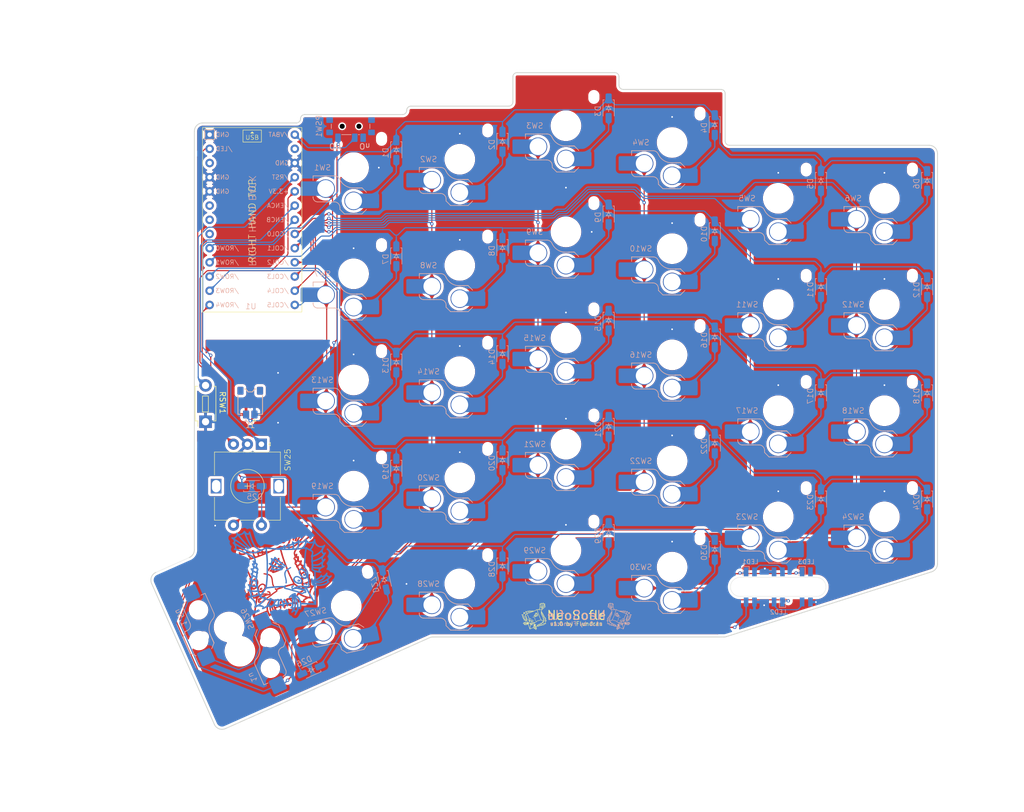
<source format=kicad_pcb>
(kicad_pcb (version 20241229) (generator "pcbnew") (generator_version "9.0")
  (title_block (title "sofle-nano") (date "2025-08-22") (rev "v1.0.0") (company "Fredrik Lundström"))
  (layers (0 "F.Cu" signal) (2 "B.Cu" signal) (13 "F.Paste" user) (15 "B.Paste" user) (5 "F.SilkS" user "F.Silkscreen") (7 "B.SilkS" user "B.Silkscreen") (1 "F.Mask" user) (3 "B.Mask" user) (25 "Edge.Cuts" user))
  (net 0 "")
  (net 1 "GND")
  (net 2 "Net-(D1-A)")
  (net 3 "Net-(D2-A)")
  (net 4 "Net-(D3-A)")
  (net 5 "Net-(D4-A)")
  (net 6 "Net-(D5-A)")
  (net 7 "Net-(D6-A)")
  (net 8 "Net-(D7-A)")
  (net 9 "Net-(D8-A)")
  (net 10 "Net-(D9-A)")
  (net 11 "Net-(D10-A)")
  (net 12 "Net-(D11-A)")
  (net 13 "Net-(D12-A)")
  (net 14 "Net-(D13-A)")
  (net 15 "Net-(D14-A)")
  (net 16 "Net-(D15-A)")
  (net 17 "Net-(D16-A)")
  (net 18 "Net-(D17-A)")
  (net 19 "Net-(D18-A)")
  (net 20 "Net-(D19-A)")
  (net 21 "Net-(D20-A)")
  (net 22 "Net-(D21-A)")
  (net 23 "Net-(D22-A)")
  (net 24 "Net-(D23-A)")
  (net 25 "Net-(D24-A)")
  (net 26 "Net-(D25-A)")
  (net 27 "Net-(D26-A)")
  (net 28 "Net-(D27-A)")
  (net 29 "Net-(D28-A)")
  (net 30 "Net-(D29-A)")
  (net 31 "Net-(D30-A)")
  (net 32 "+3.3V")
  (net 33 "Net-(LED1-DOUT)")
  (net 34 "Net-(LED2-DOUT)")
  (net 41 "/ROW0")
  (net 42 "/ROW1")
  (net 43 "/ROW2")
  (net 44 "/ROW3")
  (net 45 "/ROW4")
  (net 46 "/BAT+")
  (net 47 "/LED")
  (net 48 "/VBAT")
  (net 49 "/RST")
  (net 50 "/COL5")
  (net 51 "/COL4")
  (net 52 "/COL3")
  (net 53 "/COL2")
  (net 54 "/COL1")
  (net 55 "/COL0")
  (net 56 "/ENCB")
  (net 57 "/ENCA")
  (footprint "NeoSofle:Nice_Nano_V2" (layer "F.Cu") (at 144.862655 110.06015)
    (property "Reference" "U1")
    (property "Value" "nice!nano v2")
  )
  (footprint "Button_Switch_THT:SW_PUSH_1P1T_6x3.5mm_H4.3_APEM_MJTP1243" (layer "F.Cu") (at 136.513287 146.202761 90)
    (property "Reference" "RSW1")
    (property "Value" "SW_RST")
  )
  (footprint "clipboard:a483b08f-474e-4f5d-84c2-fd1af38c265c" (layer "F.Cu") (at 201.93 181.102)
    (property "Reference" "")
    (property "Value" "")
  )
  (footprint "NeoSofle:RotaryEncoder_Bourns_PEC11L-Switch_Vertical15mm" (layer "F.Cu") (at 146.512657 150.226153 -90)
    (property "Reference" "SW25")
    (property "Value" "RotaryEncoder_Switch")
  )
  (footprint "NeoSofle:JST_ACH_BM02B-ACHSS-GAN-ETF_1x02-1MP_P1.20mm_Vertical_HandSolder_Reversible" (layer "F.Cu") (at 144.51102 142.757483 180)
    (property "Reference" "J1")
    (property "Value" "JST_ACH_BM02B-ACHSS-GAN-ETF_Socket")
  )
  (footprint "NeoSofle:Logo_5mm" (layer "F.Cu") (at 195.58 181.2544 21)
    (property "Reference" "G***" (hide yes))
    (property "Value" "LOGO" (hide yes))
  )
  (footprint "NeoSofle:Logo_16mm" (layer "F.Cu") (at 148.844 173.736 21)
    (property "Reference" "REF**" (hide yes))
    (property "Value" "LOGO" (hide yes))
  )
  (footprint "NeoSofle:SW_Choc_V2_HS_CPG135001S30_1u" (layer "B.Cu") (at 239.012654 106.226152 180)
    (property "Reference" "SW5")
    (property "Value" "CPG135001S30")
  )
  (footprint "NeoSofle:SW_Choc_V2_HS_CPG135001S30_1u" (layer "B.Cu") (at 201.012659 112.226155 180)
    (property "Reference" "SW9")
    (property "Value" "CPG135001S30")
  )
  (footprint "NeoSofle:LED_SK6812MINI-E" (layer "B.Cu") (at 239.012657 175.765096 90)
    (property "Reference" "LED2")
    (property "Value" "SK6812MINI-E")
  )
  (footprint "NeoSofle:SW_Choc_V2_HS_CPG135001S30_1u" (layer "B.Cu") (at 163.012655 157.726153 180)
    (property "Reference" "SW19")
    (property "Value" "CPG135001S30")
  )
  (footprint "NeoSofle:D_SOD-123F_HandSolder" (layer "B.Cu") (at 227.652647 150.094149 -90)
    (property "Reference" "D22")
    (property "Value" "1N4148W")
  )
  (footprint "NeoSofle:D_SOD-123F_HandSolder" (layer "B.Cu") (at 170.652656 97.594155 -90)
    (property "Reference" "D1")
    (property "Value" "1N4148W")
  )
  (footprint "NeoSofle:D_SOD-123F_HandSolder" (layer "B.Cu") (at 208.652654 166.094153 -90)
    (property "Reference" "D29")
    (property "Value" "1N4148W")
  )
  (footprint "NeoSofle:D_SOD-123F_HandSolder" (layer "B.Cu") (at 246.652654 103.094156 -90)
    (property "Reference" "D5")
    (property "Value" "1N4148W")
  )
  (footprint "NeoSofle:D_SOD-123F_HandSolder" (layer "B.Cu") (at 265.652655 160.094152 -90)
    (property "Reference" "D24")
    (property "Value" "1N4148W")
  )
  (footprint "NeoSofle:SW_Choc_V2_HS_CPG135001S30_1u" (layer "B.Cu") (at 220.01265 96.226149 180)
    (property "Reference" "SW4")
    (property "Value" "CPG135001S30")
  )
  (footprint "NeoSofle:D_SOD-123F_HandSolder" (layer "B.Cu") (at 265.652657 122.094152 -90)
    (property "Reference" "D12")
    (property "Value" "1N4148W")
  )
  (footprint "NeoSofle:D_SOD-123F_HandSolder" (layer "B.Cu") (at 155.414075 190.641957 -156)
    (property "Reference" "D26")
    (property "Value" "1N4148W")
  )
  (footprint "NeoSofle:D_SOD-123F_HandSolder" (layer "B.Cu") (at 246.652654 160.094153 -90)
    (property "Reference" "D23")
    (property "Value" "1N4148W")
  )
  (footprint "NeoSofle:SW_Choc_V2_HS_CPG135001S30_1u" (layer "B.Cu") (at 201.012653 131.226148 180)
    (property "Reference" "SW15")
    (property "Value" "CPG135001S30")
  )
  (footprint "NeoSofle:D_SOD-123F_HandSolder" (layer "B.Cu") (at 189.652653 172.094153 -90)
    (property "Reference" "D28")
    (property "Value" "1N4148W")
  )
  (footprint "NeoSofle:D_SOD-123F_HandSolder" (layer "B.Cu") (at 168.510474 174.5025 -78)
    (property "Reference" "D27")
    (property "Value" "1N4148W")
  )
  (footprint "NeoSofle:SW_Choc_V2_HS_CPG135001S30_1u" (layer "B.Cu") (at 201.012657 150.226153 180)
    (property "Reference" "SW21")
    (property "Value" "CPG135001S30")
  )
  (footprint "NeoSofle:SW_Choc_V2_HS_CPG135001S30_1u" (layer "B.Cu") (at 182.012653 137.22615 180)
    (property "Reference" "SW14")
    (property "Value" "CPG135001S30")
  )
  (footprint "NeoSofle:Logo_16mm" (layer "B.Cu") (at 150.114 173.2788 180)
    (property "Reference" "REF**" (hide yes))
    (property "Value" "LOGO" (hide yes))
  )
  (footprint "NeoSofle:D_SOD-123F_HandSolder" (layer "B.Cu") (at 189.652657 115.094152 -90)
    (property "Reference" "D8")
    (property "Value" "1N4148W")
  )
  (footprint "NeoSofle:SW_Choc_V2_HS_CPG135001S30_1u" (layer "B.Cu") (at 182.012654 99.226153 180)
    (property "Reference" "SW2")
    (property "Value" "CPG135001S30")
  )
  (footprint "NeoSofle:D_SOD-123F_HandSolder" (layer "B.Cu") (at 189.652653 96.094154 -90)
    (property "Reference" "D2")
    (property "Value" "1N4148W")
  )
  (footprint "NeoSofle:SW_Choc_V2_HS_CPG135001S30_1u" (layer "B.Cu") (at 239.012657 144.226154 180)
    (property "Reference" "SW17")
    (property "Value" "CPG135001S30")
  )
  (footprint "NeoSofle:SW_Choc_V2_HS_CPG135001S30_1u1.5u_Hybrid" (layer "B.Cu") (at 140.725017 182.931716 -66)
    (property "Reference" "SW26")
    (property "Value" "CPG135001S30")
  )
  (footprint "NeoSofle:SW_Choc_V2_HS_CPG135001S30_1u" (layer "B.Cu") (at 182.012655 175.22615 180)
    (property "Reference" "SW28")
    (property "Value" "CPG135001S30")
  )
  (footprint "NeoSofle:D_SOD-123F_HandSolder" (layer "B.Cu") (at 246.652654 141.094152 -90)
    (property "Reference" "D17")
    (property "Value" "1N4148W")
  )
  (footprint "NeoSofle:D_SOD-123F_HandSolder" (layer "B.Cu") (at 170.652653 116.594152 -90)
    (property "Reference" "D7")
    (property "Value" "1N4148W")
  )
  (footprint "NeoSofle:SW_Choc_V2_HS_CPG135001S30_1u" (layer "B.Cu") (at 163.012653 100.726149 180)
    (property "Reference" "SW1")
    (property "Value" "CPG135001S30")
  )
  (footprint "NeoSofle:D_SOD-123F_HandSolder" (layer "B.Cu") (at 227.652657 169.094149 -90)
    (property "Reference" "D30")
    (property "Value" "1N4148W")
  )
  (footprint "NeoSofle:D_SOD-123F_HandSolder" (layer "B.Cu") (at 227.652649 93.094155 -90)
    (property "Reference" "D4")
    (property "Value" "1N4148W")
  )
  (footprint "NeoSofle:D_SOD-123F_HandSolder" (layer "B.Cu") (at 144.812653 157.726152)
    (property "Reference" "D25")
    (property "Value" "1N4148W")
  )
  (footprint "NeoSofle:SW_Choc_V2_HS_CPG135001S30_1u" (layer "B.Cu") (at 220.012654 172.226153 180)
    (property "Reference" "SW30")
    (property "Value" "CPG135001S30")
  )
  (footprint "NeoSofle:D_SOD-123F_HandSolder" (layer "B.Cu") (at 246.652652 122.094152 -90)
    (property "Reference" "D11")
    (property "Value" "1N4148W")
  )
  (footprint "NeoSofle:D_SOD-123F_HandSolder" (layer "B.Cu") (at 227.652652 112.094151 -90)
    (property "Reference" "D10")
    (property "Value" "1N4148W")
  )
  (footprint "NeoSofle:SW_Choc_V2_HS_CPG135001S30_1u" (layer "B.Cu") (at 239.012654 163.226149 180)
    (property "Reference" "SW23")
    (property "Value" "CPG135001S30")
  )
  (footprint "NeoSofle:SW_Choc_V2_HS_CPG135001S30_1u" (layer "B.Cu") (at 258.012657 144.226151 180)
    (property "Reference" "SW18")
    (property "Value" "CPG135001S30")
  )
  (footprint "NeoSofle:D_SOD-123F_HandSolder" (layer "B.Cu") (at 227.652655 131.09415 -90)
    (property "Reference" "D16")
    (property "Value" "1N4148W")
  )
  (footprint "NeoSofle:D_SOD-123F_HandSolder" (layer "B.Cu") (at 208.652657 128.09415 -90)
    (property "Reference" "D15")
    (property "Value" "1N4148W")
  )
  (footprint "NeoSofle:LED_SK6812MINI-E" (layer "B.Cu") (at 234.002659 175.765094 -90)
    (property "Reference" "LED1")
    (property "Value" "SK6812MINI-E")
  )
  (footprint "NeoSofle:SW_Choc_V2_HS_CPG135001S30_1u" (layer "B.Cu") (at 258.012654 163.226155 180)
    (property "Reference" "SW24")
    (property "Value" "CPG135001S30")
  )
  (footprint "NeoSofle:SW_Choc_V2_HS_CPG135001S30_1u" (layer "B.Cu") (at 220.012655 153.22615 180)
    (property "Reference" "SW22")
    (property "Value" "CPG135001S30")
  )
  (footprint "NeoSofle:SW_Choc_V2_HS_CPG135001S30_1u" (layer "B.Cu") (at 163.012654 119.726154 180)
    (property "Reference" "SW7")
    (property "Value" "CPG135001S30")
  )
  (footprint "NeoSofle:D_SOD-123F_HandSolder" (layer "B.Cu") (at 189.652655 153.094153 -90)
    (property "Reference" "D20")
    (property "Value" "1N4148W")
  )
  (footprint "NeoSofle:D_SOD-123F_HandSolder" (layer "B.Cu") (at 208.652654 90.094148 -90)
    (property "Reference" "D3")
    (property "Value" "1N4148W")
  )
  (footprint "NeoSofle:D_SOD-123F_HandSolder" (layer "B.Cu") (at 265.652655 103.094152 -90)
    (property "Reference" "D6")
    (property "Value" "1N4148W")
  )
  (footprint "NeoSofle:SW_Choc_V2_HS_CPG135001S30_1u" (layer "B.Cu") (at 161.688606 179.154507 -168)
    (property "Reference" "SW27")
    (property "Value" "CPG135001S30")
  )
  (footprint "NeoSofle:D_SOD-123F_HandSolder" (layer "B.Cu") (at 208.652652 147.094152 -90)
    (property "Reference" "D21")
    (property "Value" "1N4148W")
  )
  (footprint "NeoSofle:D_SOD-123F_HandSolder" (layer "B.Cu") (at 170.652654 154.59415 -90)
    (property "Reference" "D19")
    (property "Value" "1N4148W")
  )
  (footprint "NeoSofle:SW_Choc_V2_HS_CPG135001S30_1u" (layer "B.Cu") (at 201.012655 93.22615 180)
    (property "Reference" "SW3")
    (property "Value" "CPG135001S30")
  )
  (footprint "NeoSofle:SW_Choc_V2_HS_CPG135001S30_1u" (layer "B.Cu") (at 258.012656 106.226151 180)
    (property "Reference" "SW6")
    (property "Value" "CPG135001S30")
  )
  (footprint "NeoSofle:D_SOD-123F_HandSolder" (layer "B.Cu") (at 208.652656 109.094152 -90)
    (property "Reference" "D9")
    (property "Value" "1N4148W")
  )
  (footprint "NeoSofle:SW_Choc_V2_HS_CPG135001S30_1u" (layer "B.Cu") (at 201.012654 169.226157 180)
    (property "Reference" "SW29")
    (property "Value" "CPG135001S30")
  )
  (footprint "NeoSofle:SW_Choc_V2_HS_CPG135001S30_1u" (layer "B.Cu") (at 239.012656 125.226152 180)
    (property "Reference" "SW11")
    (property "Value" "CPG135001S30")
  )
  (footprint "NeoSofle:SW_Choc_V2_HS_CPG135001S30_1u" (layer "B.Cu") (at 163.012656 138.726154 180)
    (property "Reference" "SW13")
    (property "Value" "CPG135001S30")
  )
  (footprint "NeoSofle:Logo_5mm" (layer "B.Cu") (at 210.2612 181.2544 159)
    (property "Reference" "G***" (hide yes))
    (property "Value" "LOGO" (hide yes))
  )
  (footprint "NeoSofle:SW_Choc_V2_HS_CPG135001S30_1u" (layer "B.Cu") (at 258.012653 125.226153 180)
    (property "Reference" "SW12")
    (property "Value" "CPG135001S30")
  )
  (footprint "NeoSofle:SW_SPDT_MSK12C02_HandSolder" (layer "B.Cu") (at 162.467126 93.326153)
    (property "Reference" "PSW1")
    (property "Value" "MSK12C02")
  )
  (footprint "NeoSofle:SW_Choc_V2_HS_CPG135001S30_1u" (layer "B.Cu") (at 220.012655 134.22615 180)
    (property "Reference" "SW16")
    (property "Value" "CPG135001S30")
  )
  (footprint "NeoSofle:SW_Choc_V2_HS_CPG135001S30_1u" (layer "B.Cu") (at 182.012654 118.226152 180)
    (property "Reference" "SW8")
    (property "Value" "CPG135001S30")
  )
  (footprint "NeoSofle:D_SOD-123F_HandSolder" (layer "B.Cu") (at 170.652653 135.594154 -90)
    (property "Reference" "D13")
    (property "Value" "1N4148W")
  )
  (footprint "NeoSofle:LED_SK6812MINI-E" (layer "B.Cu") (at 244.022659 175.765094 -90)
    (property "Reference" "LED3")
    (property "Value" "SK6812MINI-E")
  )
  (footprint "NeoSofle:D_SOD-123F_HandSolder" (layer "B.Cu") (at 189.652654 134.094151 -90)
    (property "Reference" "D14")
    (property "Value" "1N4148W")
  )
  (footprint "NeoSofle:SW_Choc_V2_HS_CPG135001S30_1u" (layer "B.Cu") (at 182.012658 156.226151 180)
    (property "Reference" "SW20")
    (property "Value" "CPG135001S30")
  )
  (footprint "NeoSofle:SW_Choc_V2_HS_CPG135001S30_1u" (layer "B.Cu") (at 220.012655 115.226152 180)
    (property "Reference" "SW10")
    (property "Value" "CPG135001S30")
  )
  (footprint "NeoSofle:D_SOD-123F_HandSolder" (layer "B.Cu") (at 265.652654 141.094155 -90)
    (property "Reference" "D18")
    (property "Value" "1N4148W")
  )
  (gr_arc (start 172.512655 90.47615) (mid 172.732325 89.945819) (end 173.262657 89.726151) (stroke (width 0.15)) (layer "Edge.Cuts"))
  (gr_line (start 209.762656 83.726149) (end 192.262656 83.72615) (stroke (width 0.15)) (layer "Edge.Cuts"))
  (gr_arc (start 209.762656 83.726149) (mid 210.292986 83.94582) (end 210.512654 84.47615) (stroke (width 0.15)) (layer "Edge.Cuts"))
  (gr_arc (start 232.178659 177.465094) (mid 230.478568 175.765065) (end 232.178658 174.065093) (stroke (width 0.05)) (layer "Edge.Cuts"))
  (gr_line (start 230.262655 96.72615) (end 266.012657 96.726151) (stroke (width 0.15)) (layer "Edge.Cuts"))
  (gr_line (start 232.178659 177.465094) (end 245.846657 177.465094) (stroke (width 0.05)) (layer "Edge.Cuts"))
  (gr_line (start 267.512656 171.626819) (end 267.512657 98.226151) (stroke (width 0.15)) (layer "Edge.Cuts"))
  (gr_arc (start 191.512656 84.47615) (mid 191.732326 83.94582) (end 192.262656 83.72615) (stroke (width 0.15)) (layer "Edge.Cuts"))
  (gr_line (start 152.762655 92.72615) (end 136.012656 92.72615) (stroke (width 0.15)) (layer "Edge.Cuts"))
  (gr_arc (start 229.733138 184.656524) (mid 229.509958 184.708642) (end 229.28144 184.72615) (stroke (width 0.15)) (layer "Edge.Cuts"))
  (gr_line (start 232.178658 174.065093) (end 245.846658 174.065095) (stroke (width 0.05)) (layer "Edge.Cuts"))
  (gr_arc (start 134.512656 94.226151) (mid 134.951995 93.16549) (end 136.012656 92.72615) (stroke (width 0.15)) (layer "Edge.Cuts"))
  (gr_arc (start 153.512653 91.976151) (mid 153.292986 92.50648) (end 152.762655 92.72615) (stroke (width 0.15)) (layer "Edge.Cuts"))
  (gr_arc (start 134.512655 169.12496) (mid 134.27066 169.941919) (end 133.62276 170.495278) (stroke (width 0.15)) (layer "Edge.Cuts"))
  (gr_arc (start 267.512656 171.626819) (mid 267.222532 172.513528) (end 266.464353 173.057194) (stroke (width 0.15)) (layer "Edge.Cuts"))
  (gr_line (start 190.762656 89.726148) (end 173.262657 89.726151) (stroke (width 0.15)) (layer "Edge.Cuts"))
  (gr_arc (start 172.512655 90.47615) (mid 172.292987 91.006482) (end 171.762657 91.226151) (stroke (width 0.15)) (layer "Edge.Cuts"))
  (gr_arc (start 245.846658 174.065095) (mid 247.546564 175.765064) (end 245.846657 177.465094) (stroke (width 0.05)) (layer "Edge.Cuts"))
  (gr_line (start 127.620653 173.167587) (end 133.622738 170.495279) (stroke (width 0.05)) (layer "Edge.Cuts"))
  (gr_line (start 140.066796 201.122079) (end 176.601385 184.855834) (stroke (width 0.15)) (layer "Edge.Cuts"))
  (gr_arc (start 176.601385 184.855834) (mid 176.899622 184.758929) (end 177.211491 184.72615) (stroke (width 0.15)) (layer "Edge.Cuts"))
  (gr_line (start 177.211491 184.72615) (end 229.28144 184.72615) (stroke (width 0.15)) (layer "Edge.Cuts"))
  (gr_line (start 229.512654 95.976149) (end 229.512656 87.47615) (stroke (width 0.15)) (layer "Edge.Cuts"))
  (gr_line (start 229.733138 184.656524) (end 266.464353 173.057194) (stroke (width 0.15)) (layer "Edge.Cuts"))
  (gr_arc (start 191.512655 88.976149) (mid 191.292986 89.506481) (end 190.762656 89.726148) (stroke (width 0.15)) (layer "Edge.Cuts"))
  (gr_arc (start 230.262655 96.72615) (mid 229.732324 96.506479) (end 229.512654 95.976149) (stroke (width 0.15)) (layer "Edge.Cuts"))
  (gr_arc (start 266.012657 96.726151) (mid 267.073315 97.16549) (end 267.512657 98.226151) (stroke (width 0.15)) (layer "Edge.Cuts"))
  (gr_line (start 171.762657 91.226151) (end 154.262656 91.22615) (stroke (width 0.15)) (layer "Edge.Cuts"))
  (gr_arc (start 153.512653 91.976151) (mid 153.732326 91.445819) (end 154.262656 91.22615) (stroke (width 0.15)) (layer "Edge.Cuts"))
  (gr_line (start 210.512656 85.976151) (end 210.512654 84.47615) (stroke (width 0.15)) (layer "Edge.Cuts"))
  (gr_arc (start 126.860441 175.148011) (mid 126.830388 174.000354) (end 127.620653 173.167587) (stroke (width 0.15)) (layer "Edge.Cuts"))
  (gr_arc (start 211.262656 86.726151) (mid 210.732326 86.50648) (end 210.512656 85.976151) (stroke (width 0.15)) (layer "Edge.Cuts"))
  (gr_line (start 126.860441 175.148011) (end 138.086372 200.361867) (stroke (width 0.15)) (layer "Edge.Cuts"))
  (gr_arc (start 140.066796 201.122079) (mid 138.91914 201.152132) (end 138.086372 200.361867) (stroke (width 0.15)) (layer "Edge.Cuts"))
  (gr_line (start 191.512656 84.47615) (end 191.512655 88.976149) (stroke (width 0.15)) (layer "Edge.Cuts"))
  (gr_line (start 228.762656 86.72615) (end 211.262656 86.726151) (stroke (width 0.15)) (layer "Edge.Cuts"))
  (gr_arc (start 228.762656 86.72615) (mid 229.292986 86.94582) (end 229.512656 87.47615) (stroke (width 0.15)) (layer "Edge.Cuts"))
  (gr_line (start 134.512656 94.226151) (end 134.512655 169.12496) (stroke (width 0.15)) (layer "Edge.Cuts"))
  (gr_text "RIGHT HAND TOP" (at 144.862655 110.236 90) (layer "F.SilkS") (effects (font (size 1.2 1.2) (thickness 0.1))))
  (gr_text "v1.0 by Flundran" (at 202.8952 182.372 0) (layer "F.SilkS") (effects (font (size 0.73 0.73) (thickness 0.1))))
  (gr_text "v1.0 by Flundran" (at 202.8444 182.372 -0) (layer "B.SilkS") (effects (font (size 0.73 0.73) (thickness 0.1)) (justify mirror)))
  (gr_text "RIGHT HAND BACK" (at 144.862655 110.236 270) (layer "B.SilkS") (effects (font (size 1.2 1.2) (thickness 0.1)) (justify mirror)))
  (gr_text "NeoSofle" (at 202.8952 180.848 -0) (layer "B.SilkS") (effects (font (size 1.6 1.6) (thickness 0.2)) (justify mirror)))
  (via (at 220.012657 148.654151) (size 0.6) (drill 0.3) (layers "F.Cu" "B.Cu") (net 1))
  (via (at 258.012651 120.654145) (size 0.6) (drill 0.3) (layers "F.Cu" "B.Cu") (net 1))
  (via (at 239.012655 158.654149) (size 0.6) (drill 0.3) (layers "F.Cu" "B.Cu") (net 1))
  (via (at 220.012653 129.654145) (size 0.6) (drill 0.3) (layers "F.Cu" "B.Cu") (net 1))
  (via (at 239.012655 139.654147) (size 0.6) (drill 0.3) (layers "F.Cu" "B.Cu") (net 1))
  (via (at 182.012655 132.654142) (size 0.6) (drill 0.3) (layers "F.Cu" "B.Cu") (net 1))
  (via (at 239.012654 120.65414) (size 0.6) (drill 0.3) (layers "F.Cu" "B.Cu") (net 1))
  (via (at 163.012658 115.154154) (size 0.6) (drill 0.3) (layers "F.Cu" "B.Cu") (net 1))
  (via (at 138.237949 164.796761) (size 0.6) (drill 0.3) (layers "F.Cu" "B.Cu") (net 1))
  (via (at 220.012658 110.654151) (size 0.6) (drill 0.3) (layers "F.Cu" "B.Cu") (net 1))
  (via (at 182.012655 151.654148) (size 0.6) (drill 0.3) (layers "F.Cu" "B.Cu") (net 1))
  (via (at 258.012655 139.654152) (size 0.6) (drill 0.3) (layers "F.Cu" "B.Cu") (net 1))
  (via (at 220.012656 91.654149) (size 0.6) (drill 0.3) (layers "F.Cu" "B.Cu") (net 1))
  (via (at 163.012654 134.154147) (size 0.6) (drill 0.3) (layers "F.Cu" "B.Cu") (net 1))
  (via (at 201.012654 164.654157) (size 0.6) (drill 0.3) (layers "F.Cu" "B.Cu") (net 1))
  (via (at 201.012654 126.654148) (size 0.6) (drill 0.3) (layers "F.Cu" "B.Cu") (net 1))
  (via (at 201.012656 145.654154) (size 0.6) (drill 0.3) (layers "F.Cu" "B.Cu") (net 1))
  (via (at 201.012659 104.306609) (size 0.6) (drill 0.3) (layers "F.Cu" "B.Cu") (net 1))
  (via (at 182.012654 94.654145) (size 0.6) (drill 0.3) (layers "F.Cu" "B.Cu") (net 1))
  (via (at 220.012653 167.654153) (size 0.6) (drill 0.3) (layers "F.Cu" "B.Cu") (net 1))
  (via (at 258.012652 158.654154) (size 0.6) (drill 0.3) (layers "F.Cu" "B.Cu") (net 1))
  (via (at 258.012656 101.654152) (size 0.6) (drill 0.3) (layers "F.Cu" "B.Cu") (net 1))
  (via (at 172.476127 175.226151) (size 0.6) (drill 0.3) (layers "F.Cu" "B.Cu") (net 1))
  (via (at 239.012658 101.654146) (size 0.6) (drill 0.3) (layers "F.Cu" "B.Cu") (net 1))
  (via (at 245.755126 178.47461) (size 0.6) (drill 0.3) (layers "F.Cu" "B.Cu") (net 1))
  (via (at 149.489126 137.459976) (size 0.6) (drill 0.3) (layers "F.Cu" "B.Cu") (net 1))
  (via (at 182.012658 113.654149) (size 0.6) (drill 0.3) (layers "F.Cu" "B.Cu") (net 1))
  (via (at 163.012656 153.154152) (size 0.6) (drill 0.3) (layers "F.Cu" "B.Cu") (net 1))
  (via (at 205.623127 112.226154) (size 0.6) (drill 0.3) (layers "F.Cu" "B.Cu") (net 1))
  (via (at 167.523126 100.726148) (size 0.6) (drill 0.3) (layers "F.Cu" "B.Cu") (net 1))
  (via (at 236.611128 172.493973) (size 0.6) (drill 0.3) (layers "F.Cu" "B.Cu") (net 1))
  (via (at 149.489127 146.38176) (size 0.6) (drill 0.3) (layers "F.Cu" "B.Cu") (net 1))
  (via (at 236.484656 179.045731) (size 0.6) (drill 0.3) (layers "F.Cu" "B.Cu") (net 1))
  (segment (start 245.745612 178.465093) (end 245.755126 178.47461) (width 0.2) (layer "B.Cu") (net 1))
  (segment (start 237.035802 172.918648) (end 236.611128 172.493973) (width 0.2) (layer "B.Cu") (net 1))
  (segment (start 238.262657 173.065095) (end 237.389357 173.065095) (width 0.2) (layer "B.Cu") (net 1))
  (segment (start 234.833126 178.474608) (end 235.706429 178.474609) (width 0.2) (layer "B.Cu") (net 1))
  (segment (start 244.772658 178.465095) (end 245.745612 178.465093) (width 0.2) (layer "B.Cu") (net 1))
  (segment (start 236.059982 178.621056) (end 236.484656 179.045731) (width 0.2) (layer "B.Cu") (net 1))
  (arc (start 237.035802 172.918648) (mid 237.198014 173.027035) (end 237.389357 173.065095) (width 0.2) (layer "B.Cu") (net 1))
  (arc (start 236.059982 178.621056) (mid 235.897771 178.51267) (end 235.706429 178.474609) (width 0.2) (layer "B.Cu") (net 1))
  (segment (start 170.506208 101.800091) (end 165.630154 106.676148) (width 0.2) (layer "B.Cu") (net 2))
  (segment (start 170.652657 99.344155) (end 170.652655 101.446537) (width 0.2) (layer "B.Cu") (net 2))
  (arc (start 170.652655 101.446537) (mid 170.614596 101.63788) (end 170.506208 101.800091) (width 0.2) (layer "B.Cu") (net 2))
  (segment (start 189.506206 100.300089) (end 184.630149 105.176148) (width 0.2) (layer "B.Cu") (net 3))
  (segment (start 189.652651 97.844153) (end 189.652653 99.946534) (width 0.2) (layer "B.Cu") (net 3))
  (arc (start 189.652653 99.946534) (mid 189.614592 100.137877) (end 189.506206 100.300089) (width 0.2) (layer "B.Cu") (net 3))
  (segment (start 208.652654 91.844146) (end 208.652654 93.946529) (width 0.2) (layer "B.Cu") (net 4))
  (segment (start 208.506207 94.300084) (end 203.630152 99.17614) (width 0.2) (layer "B.Cu") (net 4))
  (arc (start 208.652654 93.946529) (mid 208.614595 94.137872) (end 208.506207 94.300084) (width 0.2) (layer "B.Cu") (net 4))
  (segment (start 227.652649 94.844153) (end 227.65265 96.946536) (width 0.2) (layer "B.Cu") (net 5))
  (segment (start 227.506203 97.300091) (end 222.630147 102.176149) (width 0.2) (layer "B.Cu") (net 5))
  (arc (start 227.506203 97.300091) (mid 227.614591 97.137879) (end 227.65265 96.946536) (width 0.2) (layer "B.Cu") (net 5))
  (segment (start 246.506203 107.300093) (end 241.630149 112.176148) (width 0.2) (layer "B.Cu") (net 6))
  (segment (start 246.652651 104.844156) (end 246.652652 106.94654) (width 0.2) (layer "B.Cu") (net 6))
  (arc (start 246.652652 106.94654) (mid 246.614591 107.137881) (end 246.506203 107.300093) (width 0.2) (layer "B.Cu") (net 6))
  (segment (start 265.506209 107.300087) (end 260.63015 112.176144) (width 0.2) (layer "B.Cu") (net 7))
  (segment (start 265.652654 104.844152) (end 265.652656 106.946533) (width 0.2) (layer "B.Cu") (net 7))
  (arc (start 265.506209 107.300087) (mid 265.614594 107.137875) (end 265.652656 106.946533) (width 0.2) (layer "B.Cu") (net 7))
  (segment (start 170.652656 118.34415) (end 170.652656 120.446533) (width 0.2) (layer "B.Cu") (net 8))
  (segment (start 170.506208 120.800086) (end 165.630149 125.676145) (width 0.2) (layer "B.Cu") (net 8))
  (arc (start 170.652656 120.446533) (mid 170.614593 120.637875) (end 170.506208 120.800086) (width 0.2) (layer "B.Cu") (net 8))
  (segment (start 189.506201 119.300086) (end 184.630146 124.176142) (width 0.2) (layer "B.Cu") (net 9))
  (segment (start 189.652648 116.844149) (end 189.652648 118.946532) (width 0.2) (layer "B.Cu") (net 9))
  (arc (start 189.506201 119.300086) (mid 189.614589 119.137873) (end 189.652648 118.946532) (width 0.2) (layer "B.Cu") (net 9))
  (segment (start 208.652651 110.844141) (end 208.652651 112.946524) (width 0.2) (layer "B.Cu") (net 10))
  (segment (start 208.506204 113.300079) (end 203.630148 118.176136) (width 0.2) (layer "B.Cu") (net 10))
  (arc (start 208.506204 113.300079) (mid 208.614592 113.137867) (end 208.652651 112.946524) (width 0.2) (layer "B.Cu") (net 10))
  (segment (start 227.506203 116.300085) (end 222.630143 121.176144) (width 0.2) (layer "B.Cu") (net 11))
  (segment (start 227.65265 113.84415) (end 227.652648 115.946532) (width 0.2) (layer "B.Cu") (net 11))
  (arc (start 227.506203 116.300085) (mid 227.614588 116.137874) (end 227.652648 115.946532) (width 0.2) (layer "B.Cu") (net 11))
  (segment (start 246.506202 126.300089) (end 241.630145 131.176147) (width 0.2) (layer "B.Cu") (net 12))
  (segment (start 246.652649 123.844152) (end 246.65265 125.946535) (width 0.2) (layer "B.Cu") (net 12))
  (arc (start 246.65265 125.946535) (mid 246.614589 126.137876) (end 246.506202 126.300089) (width 0.2) (layer "B.Cu") (net 12))
  (segment (start 265.506205 126.300083) (end 260.630147 131.17614) (width 0.2) (layer "B.Cu") (net 13))
  (segment (start 265.652654 123.844145) (end 265.652649 125.94653) (width 0.2) (layer "B.Cu") (net 13))
  (arc (start 265.506205 126.300083) (mid 265.614591 126.137871) (end 265.652649 125.94653) (width 0.2) (layer "B.Cu") (net 13))
  (segment (start 170.506207 139.80009) (end 165.63015 144.676149) (width 0.2) (layer "B.Cu") (net 14))
  (segment (start 170.652655 137.344153) (end 170.652654 139.446537) (width 0.2) (layer "B.Cu") (net 14))
  (arc (start 170.506207 139.80009) (mid 170.614594 139.637878) (end 170.652654 139.446537) (width 0.2) (layer "B.Cu") (net 14))
  (segment (start 189.506202 138.300088) (end 184.630147 143.176145) (width 0.2) (layer "B.Cu") (net 15))
  (segment (start 189.652649 135.844152) (end 189.652649 137.946534) (width 0.2) (layer "B.Cu") (net 15))
  (arc (start 189.506202 138.300088) (mid 189.614587 138.137876) (end 189.652649 137.946534) (width 0.2) (layer "B.Cu") (net 15))
  (segment (start 208.506206 132.300082) (end 203.630148 137.176143) (width 0.2) (layer "B.Cu") (net 16))
  (segment (start 208.652653 129.844148) (end 208.652653 131.94653) (width 0.2) (layer "B.Cu") (net 16))
  (arc (start 208.506206 132.300082) (mid 208.614593 132.137871) (end 208.652653 131.94653) (width 0.2) (layer "B.Cu") (net 16))
  (segment (start 227.506203 135.300089) (end 222.630145 140.176147) (width 0.2) (layer "B.Cu") (net 17))
  (segment (start 227.65265 132.844154) (end 227.652647 134.946535) (width 0.2) (layer "B.Cu") (net 17))
  (arc (start 227.506203 135.300089) (mid 227.614589 135.137876) (end 227.652647 134.946535) (width 0.2) (layer "B.Cu") (net 17))
  (segment (start 246.506205 145.300091) (end 241.630147 150.176147) (width 0.2) (layer "B.Cu") (net 18))
  (segment (start 246.652649 142.844153) (end 246.652649 144.946537) (width 0.2) (layer "B.Cu") (net 18))
  (arc (start 246.652649 144.946537) (mid 246.614589 145.137878) (end 246.506205 145.300091) (width 0.2) (layer "B.Cu") (net 18))
  (segment (start 265.652654 142.844148) (end 265.652652 144.946532) (width 0.2) (layer "B.Cu") (net 19))
  (segment (start 265.506205 145.300086) (end 260.630149 150.176144) (width 0.2) (layer "B.Cu") (net 19))
  (arc (start 265.506205 145.300086) (mid 265.614592 145.137875) (end 265.652652 144.946532) (width 0.2) (layer "B.Cu") (net 19))
  (segment (start 170.652652 156.344152) (end 170.652655 158.446533) (width 0.2) (layer "B.Cu") (net 20))
  (segment (start 170.506207 158.800087) (end 165.630151 163.676146) (width 0.2) (layer "B.Cu") (net 20))
  (arc (start 170.506207 158.800087) (mid 170.614593 158.637875) (end 170.652655 158.446533) (width 0.2) (layer "B.Cu") (net 20))
  (segment (start 189.652649 154.844148) (end 189.652648 156.946532) (width 0.2) (layer "B.Cu") (net 21))
  (segment (start 189.506202 157.300086) (end 184.630144 162.176144) (width 0.2) (layer "B.Cu") (net 21))
  (arc (start 189.652648 156.946532) (mid 189.614588 157.137874) (end 189.506202 157.300086) (width 0.2) (layer "B.Cu") (net 21))
  (segment (start 208.506206 151.30008) (end 203.630146 156.176136) (width 0.2) (layer "B.Cu") (net 22))
  (segment (start 208.652653 148.844146) (end 208.652653 150.946526) (width 0.2) (layer "B.Cu") (net 22))
  (arc (start 208.506206 151.30008) (mid 208.614592 151.137868) (end 208.652653 150.946526) (width 0.2) (layer "B.Cu") (net 22))
  (segment (start 227.652648 151.844148) (end 227.652647 153.946535) (width 0.2) (layer "B.Cu") (net 23))
  (segment (start 227.506201 154.300089) (end 222.630145 159.176145) (width 0.2) (layer "B.Cu") (net 23))
  (arc (start 227.652647 153.946535) (mid 227.614589 154.137876) (end 227.506201 154.300089) (width 0.2) (layer "B.Cu") (net 23))
  (segment (start 246.652651 161.844152) (end 246.652651 163.946535) (width 0.2) (layer "B.Cu") (net 24))
  (segment (start 246.506203 164.300089) (end 241.630145 169.176145) (width 0.2) (layer "B.Cu") (net 24))
  (arc (start 246.506203 164.300089) (mid 246.614589 164.137876) (end 246.652651 163.946535) (width 0.2) (layer "B.Cu") (net 24))
  (segment (start 265.652653 161.844148) (end 265.652649 163.946529) (width 0.2) (layer "B.Cu") (net 25))
  (segment (start 265.506206 164.300081) (end 260.630148 169.176139) (width 0.2) (layer "B.Cu") (net 25))
  (arc (start 265.652649 163.946529) (mid 265.61459 164.137869) (end 265.506206 164.300081) (width 0.2) (layer "B.Cu") (net 25))
  (segment (start 146.562655 164.676154) (end 146.512654 164.726152) (width 0.2) (layer "B.Cu") (net 26))
  (segment (start 146.562655 157.726152) (end 146.562655 164.676154) (width 0.2) (layer "B.Cu") (net 26))
  (segment (start 146.131521 186.349376) (end 145.627938 185.218315) (width 0.2) (layer "B.Cu") (net 27))
  (segment (start 142.632114 190.49406) (end 144.93392 189.469231) (width 0.2) (layer "B.Cu") (net 27))
  (segment (start 136.621484 188.34366) (end 142.249562 190.504077) (width 0.2) (layer "B.Cu") (net 27))
  (segment (start 145.197342 189.191642) (end 146.141538 186.731929) (width 0.2) (layer "B.Cu") (net 27))
  (segment (start 150.255188 183.357446) (end 153.81537 191.353744) (width 0.2) (layer "B.Cu") (net 27))
  (segment (start 146.760549 181.859113) (end 149.977599 183.094024) (width 0.2) (layer "B.Cu") (net 27))
  (segment (start 145.617921 184.835762) (end 146.760549 181.859113) (width 0.2) (layer "B.Cu") (net 27))
  (arc (start 150.255188 183.357446) (mid 150.142593 183.198127) (end 149.977599 183.094024) (width 0.2) (layer "B.Cu") (net 27))
  (arc (start 144.93392 189.469231) (mid 145.093239 189.356636) (end 145.197342 189.191642) (width 0.2) (layer "B.Cu") (net 27))
  (arc (start 142.632114 190.49406) (mid 142.441834 190.537116) (end 142.249562 190.504077) (width 0.2) (layer "B.Cu") (net 27))
  (arc (start 146.141538 186.731929) (mid 146.174576 186.539656) (end 146.131521 186.349376) (width 0.2) (layer "B.Cu") (net 27))
  (arc (start 145.617921 184.835762) (mid 145.584883 185.028035) (end 145.627938 185.218315) (width 0.2) (layer "B.Cu") (net 27))
  (segment (start 168.874322 176.214257) (end 169.31143 178.270698) (width 0.2) (layer "B.Cu") (net 28))
  (segment (start 169.241688 178.646976) (end 165.485978 184.430268) (width 0.2) (layer "B.Cu") (net 28))
  (arc (start 169.241688 178.646976) (mid 169.313982 178.465773) (end 169.31143 178.270698) (width 0.2) (layer "B.Cu") (net 28))
  (segment (start 189.506207 176.300086) (end 184.63015 181.176144) (width 0.2) (layer "B.Cu") (net 29))
  (segment (start 189.652652 173.844152) (end 189.65265 175.946534) (width 0.2) (layer "B.Cu") (net 29))
  (arc (start 189.506207 176.300086) (mid 189.614595 176.137876) (end 189.65265 175.946534) (width 0.2) (layer "B.Cu") (net 29))
  (segment (start 208.506211 170.300083) (end 203.63015 175.176139) (width 0.2) (layer "B.Cu") (net 30))
  (segment (start 208.652658 167.844146) (end 208.652658 169.946528) (width 0.2) (layer "B.Cu") (net 30))
  (arc (start 208.506211 170.300083) (mid 208.614598 170.137868) (end 208.652658 169.946528) (width 0.2) (layer "B.Cu") (net 30))
  (segment (start 227.506207 173.300091) (end 222.630145 178.176147) (width 0.2) (layer "B.Cu") (net 31))
  (segment (start 227.652654 170.844152) (end 227.652653 172.946536) (width 0.2) (layer "B.Cu") (net 31))
  (arc (start 227.506207 173.300091) (mid 227.614594 173.137879) (end 227.652653 172.946536) (width 0.2) (layer "B.Cu") (net 31))
  (segment (start 135.535109 170.20462) (end 131.211681 181.467534) (width 0.2) (layer "F.Cu") (net 32))
  (segment (start 135.661103 135.693403) (end 138.960764 138.993068) (width 0.2) (layer "F.Cu") (net 32))
  (segment (start 231.00368 173.541055) (end 229.899574 174.645162) (width 0.2) (layer "F.Cu") (net 32))
  (segment (start 138.960763 147.456305) (end 135.714764 150.702301) (width 0.2) (layer "F.Cu") (net 32))
  (segment (start 151.120679 116.391057) (end 148.50103 119.010705) (width 0.2) (layer "F.Cu") (net 32))
  (segment (start 131.221697 181.850086) (end 135.931969 192.429531) (width 0.2) (layer "F.Cu") (net 32))
  (segment (start 136.655898 119.303597) (end 135.661102 120.298396) (width 0.2) (layer "F.Cu") (net 32))
  (segment (start 135.514656 134.563067) (end 135.514657 135.33985) (width 0.2) (layer "F.Cu") (net 32))
  (segment (start 232.025227 173.394609) (end 232.154597 173.265238) (width 0.2) (layer "F.Cu") (net 32))
  (segment (start 147.313889 196.798641) (end 176.089313 183.986996) (width 0.2) (layer "F.Cu") (net 32))
  (segment (start 152.482656 104.980151) (end 151.413573 106.049235) (width 0.2) (layer "F.Cu") (net 32))
  (segment (start 135.514654 120.651948) (end 135.514656 134.563067) (width 0.2) (layer "F.Cu") (net 32))
  (segment (start 139.10721 139.346622) (end 139.107211 147.102751) (width 0.2) (layer "F.Cu") (net 32))
  (segment (start 232.259085 173.369729) (end 242.094492 173.369729) (width 0.2) (layer "F.Cu") (net 32))
  (segment (start 240.802127 178.265096) (end 240.749573 178.212541) (width 0.2) (layer "F.Cu") (net 32))
  (segment (start 229.753126 174.998716) (end 229.753126 179.61761) (width 0.2) (layer "F.Cu") (net 32))
  (segment (start 242.094492 173.369729) (end 242.199125 173.265095) (width 0.2) (layer "F.Cu") (net 32))
  (segment (start 231.357232 173.39461) (end 232.025227 173.394609) (width 0.2) (layer "F.Cu") (net 32))
  (segment (start 176.239498 183.883776) (end 176.252678 183.870597) (width 0.2) (layer "F.Cu") (net 32))
  (segment (start 136.209559 192.692952) (end 146.931337 196.808657) (width 0.2) (layer "F.Cu") (net 32))
  (segment (start 231.158194 178.212542) (end 229.753126 179.61761) (width 0.2) (layer "F.Cu") (net 32))
  (segment (start 148.147476 119.157152) (end 137.009452 119.15715) (width 0.2) (layer "F.Cu") (net 32))
  (segment (start 135.568317 170.025434) (end 135.56832 170.025437) (width 0.2) (layer "F.Cu") (net 32))
  (segment (start 232.154597 173.265238) (end 232.259085 173.369729) (width 0.2) (layer "F.Cu") (net 32))
  (segment (start 151.267126 106.402787) (end 151.267126 116.037503) (width 0.2) (layer "F.Cu") (net 32))
  (segment (start 176.606231 183.724151) (end 225.439477 183.724152) (width 0.2) (layer "F.Cu") (net 32))
  (segment (start 225.793032 183.577705) (end 229.753126 179.61761) (width 0.2) (layer "F.Cu") (net 32))
  (segment (start 135.568317 151.055855) (end 135.568317 170.025434) (width 0.2) (layer "F.Cu") (net 32))
  (segment (start 240.39602 178.066095) (end 231.511748 178.066096) (width 0.2) (layer "F.Cu") (net 32))
  (via (at 232.154597 173.265238) (size 0.6) (drill 0.3) (layers "F.Cu" "B.Cu") (net 32))
  (via (at 240.802127 178.265096) (size 0.6) (drill 0.3) (layers "F.Cu" "B.Cu") (net 32))
  (via (at 242.199125 173.265095) (size 0.6) (drill 0.3) (layers "F.Cu" "B.Cu") (net 32))
  (arc (start 135.661102 120.298396) (mid 135.552715 120.460608) (end 135.514654 120.651948) (width 0.2) (layer "F.Cu") (net 32))
  (arc (start 231.357232 173.39461) (mid 231.165891 173.432669) (end 231.00368 173.541055) (width 0.2) (layer "F.Cu") (net 32))
  (arc (start 136.655898 119.303597) (mid 136.818111 119.195211) (end 137.009452 119.15715) (width 0.2) (layer "F.Cu") (net 32))
  (arc (start 139.107211 147.102751) (mid 139.069152 147.294092) (end 138.960763 147.456305) (width 0.2) (layer "F.Cu") (net 32))
  (arc (start 240.39602 178.066095) (mid 240.587361 178.104155) (end 240.749573 178.212541) (width 0.2) (layer "F.Cu") (net 32))
  (arc (start 176.239498 183.883776) (mid 176.169149 183.942287) (end 176.089313 183.986996) (width 0.2) (layer "F.Cu") (net 32))
  (arc (start 229.753126 174.998716) (mid 229.791186 174.807373) (end 229.899574 174.645162) (width 0.2) (layer "F.Cu") (net 32))
  (arc (start 225.793032 183.577705) (mid 225.63082 183.686091) (end 225.439477 183.724152) (width 0.2) (layer "F.Cu") (net 32))
  (arc (start 148.50103 119.010705) (mid 148.338819 119.119091) (end 148.147476 119.157152) (width 0.2) (layer "F.Cu") (net 32))
  (arc (start 146.931337 196.808657) (mid 147.12361 196.841694) (end 147.313889 196.798641) (width 0.2) (layer "F.Cu") (net 32))
  (arc (start 135.514657 135.33985) (mid 135.552716 135.531192) (end 135.661103 135.693403) (width 0.2) (layer "F.Cu") (net 32))
  (arc (start 231.511748 178.066096) (mid 231.320405 178.104156) (end 231.158194 178.212542) (width 0.2) (layer "F.Cu") (net 32))
  (arc (start 135.714764 150.702301) (mid 135.606377 150.864516) (end 135.568317 151.055855) (width 0.2) (layer "F.Cu") (net 32))
  (arc (start 176.252678 183.870597) (mid 176.414888 183.762212) (end 176.606231 183.724151) (width 0.2) (layer "F.Cu") (net 32))
  (arc (start 139.10721 139.346622) (mid 139.06915 139.155281) (end 138.960764 138.993068) (width 0.2) (layer "F.Cu") (net 32))
  (arc (start 135.931969 192.429531) (mid 136.044565 192.588849) (end 136.209559 192.692952) (width 0.2) (layer "F.Cu") (net 32))
  (arc (start 151.267126 116.037503) (mid 151.229066 116.228845) (end 151.120679 116.391057) (width 0.2) (layer "F.Cu") (net 32))
  (arc (start 151.413573 106.049235) (mid 151.305187 106.211446) (end 151.267126 106.402787) (width 0.2) (layer "F.Cu") (net 32))
  (arc (start 135.535109 170.20462) (mid 135.559947 170.116554) (end 135.56832 170.025437) (width 0.2) (layer "F.Cu") (net 32))
  (arc (start 131.221697 181.850086) (mid 131.178644 181.659806) (end 131.211681 181.467534) (width 0.2) (layer "F.Cu") (net 32))
  (segment (start 240.802127 178.265096) (end 239.962656 178.265094) (width 0.2) (layer "B.Cu") (net 32))
  (segment (start 232.154597 173.265238) (end 233.052514 173.265239) (width 0.2) (layer "B.Cu") (net 32))
  (segment (start 242.199125 173.265095) (end 243.072657 173.265096) (width 0.2) (layer "B.Cu") (net 32))
  (segment (start 234.790817 172.753093) (end 235.503489 172.04042) (width 0.2) (layer "B.Cu") (net 33))
  (segment (start 239.120817 172.040421) (end 239.800817 172.720424) (width 0.2) (layer "B.Cu") (net 33))
  (segment (start 235.857045 171.893972) (end 238.767263 171.893974) (width 0.2) (layer "B.Cu") (net 33))
  (arc (start 239.120817 172.040421) (mid 238.958603 171.932035) (end 238.767263 171.893974) (width 0.2) (layer "B.Cu") (net 33))
  (arc (start 235.857045 171.893972) (mid 235.665703 171.932033) (end 235.503489 172.04042) (width 0.2) (layer "B.Cu") (net 33))
  (segment (start 238.276817 179.118729) (end 238.851926 179.693837) (width 0.2) (layer "B.Cu") (net 34))
  (segment (start 242.647385 179.693836) (end 243.286817 179.054402) (width 0.2) (layer "B.Cu") (net 34))
  (segment (start 239.205477 179.840283) (end 242.293831 179.840282) (width 0.2) (layer "B.Cu") (net 34))
  (arc (start 238.851926 179.693837) (mid 239.014137 179.802223) (end 239.205477 179.840283) (width 0.2) (layer "B.Cu") (net 34))
  (arc (start 242.647385 179.693836) (mid 242.485172 179.802222) (end 242.293831 179.840282) (width 0.2) (layer "B.Cu") (net 34))
  (segment (start 248.728763 99.47515) (end 263.576548 99.475151) (width 0.2) (layer "B.Cu") (net 41))
  (segment (start 160.288502 99.332451) (end 160.3081 99.312361) (width 0.2) (layer "B.Cu") (net 41))
  (segment (start 209.981762 89.466151) (end 225.567539 89.46615) (width 0.2) (layer "B.Cu") (net 41))
  (segment (start 170.652653 95.809485) (end 170.652655 94.003483) (width 0.2) (layer "B.Cu") (net 41))
  (segment (start 137.746386 114.636421) (end 137.766439 114.616786) (width 0.2) (layer "B.Cu") (net 41))
  (segment (start 227.652652 91.344152) (end 228.407207 92.098706) (width 0.2) (layer "B.Cu") (net 41))
  (segment (start 160.253507 99.376323) (end 160.288502 99.332451) (width 0.2) (layer "B.Cu") (net 41))
  (segment (start 263.930101 99.621598) (end 265.652654 101.344152) (width 0.2) (layer "B.Cu") (net 41))
  (segment (start 148.758038 114.398157) (end 148.801921 114.363167) (width 0.2) (layer "B.Cu") (net 41))
  (segment (start 168.621657 97.875147) (end 168.621659 97.875151) (width 0.2) (layer "B.Cu") (net 41))
  (segment (start 170.652655 94.038148) (end 172.069204 92.621596) (width 0.2) (layer "B.Cu") (net 41))
  (segment (start 137.242657 115.140153) (end 137.746386 114.636421) (width 0.2) (layer "B.Cu") (net 41))
  (segment (start 161.952419 97.87515) (end 168.621657 97.875147) (width 0.2) (layer "B.Cu") (net 41))
  (segment (start 137.961386 114.509035) (end 138.016105 114.496546) (width 0.2) (layer "B.Cu") (net 41))
  (segment (start 148.801921 114.363167) (end 148.821967 114.343527) (width 0.2) (layer "B.Cu") (net 41))
  (segment (start 160.161653 104.879171) (end 160.161654 99.665915) (width 0.2) (layer "B.Cu") (net 41))
  (segment (start 160.168258 99.582086) (end 160.180751 99.527374) (width 0.2) (layer "B.Cu") (net 41))
  (segment (start 148.55225 114.48338) (end 148.606969 114.470897) (width 0.2) (layer "B.Cu") (net 41))
  (segment (start 161.710331 97.937119) (end 161.760895 97.912765) (width 0.2) (layer "B.Cu") (net 41))
  (segment (start 246.652655 99.745262) (end 246.652653 101.344156) (width 0.2) (layer "B.Cu") (net 41))
  (segment (start 246.652651 101.344154) (end 248.375211 99.621598) (width 0.2) (layer "B.Cu") (net 41))
  (segment (start 151.835453 111.537151) (end 153.503675 111.537151) (width 0.2) (layer "B.Cu") (net 41))
  (segment (start 148.496475 114.489661) (end 148.55225 114.48338) (width 0.2) (layer "B.Cu") (net 41))
  (segment (start 151.501965 111.663976) (end 151.545844 111.628986) (width 0.2) (layer "B.Cu") (net 41))
  (segment (start 160.16197 99.637854) (end 160.168258 99.582086) (width 0.2) (layer "B.Cu") (net 41))
  (segment (start 151.593363 111.599127) (end 151.64393 111.574776) (width 0.2) (layer "B.Cu") (net 41))
  (segment (start 137.857843 114.551928) (end 137.90841 114.527575) (width 0.2) (layer "B.Cu") (net 41))
  (segment (start 137.90841 114.527575) (end 137.961386 114.509035) (width 0.2) (layer "B.Cu") (net 41))
  (segment (start 153.857228 111.390704) (end 160.015206 105.232724) (width 0.2) (layer "B.Cu") (net 41))
  (segment (start 228.700101 96.649583) (end 230.379224 98.328708) (width 0.2) (layer "B.Cu") (net 41))
  (segment (start 161.598867 98.021595) (end 161.618932 98.001973) (width 0.2) (layer "B.Cu") (net 41))
  (segment (start 138.071878 114.490261) (end 138.09994 114.489973) (width 0.2) (layer "B.Cu") (net 41))
  (segment (start 161.618932 98.001973) (end 161.66281 97.96698) (width 0.2) (layer "B.Cu") (net 41))
  (segment (start 151.545844 111.628986) (end 151.593363 111.599127) (width 0.2) (layer "B.Cu") (net 41))
  (segment (start 161.924357 97.875447) (end 161.952419 97.87515) (width 0.2) (layer "B.Cu") (net 41))
  (segment (start 138.016105 114.496546) (end 138.071878 114.490261) (width 0.2) (layer "B.Cu") (net 41))
  (segment (start 189.652658 94.309482) (end 189.652656 92.503487) (width 0.2) (layer "B.Cu") (net 41))
  (segment (start 245.736103 98.621601) (end 246.506208 99.391709) (width 0.2) (layer "B.Cu") (net 41))
  (segment (start 161.81387 97.894227) (end 161.868585 97.881733) (width 0.2) (layer "B.Cu") (net 41))
  (segment (start 151.481899 111.683597) (end 151.501965 111.663976) (width 0.2) (layer "B.Cu") (net 41))
  (segment (start 172.422759 92.475149) (end 189.589654 92.475151) (width 0.2) (layer "B.Cu") (net 41))
  (segment (start 230.732778 98.475153) (end 245.382549 98.475155) (width 0.2) (layer "B.Cu") (net 41))
  (segment (start 160.161654 99.665915) (end 160.16197 99.637854) (width 0.2) (layer "B.Cu") (net 41))
  (segment (start 137.766439 114.616786) (end 137.810319 114.581791) (width 0.2) (layer "B.Cu") (net 41))
  (segment (start 148.606969 114.470897) (end 148.659944 114.452363) (width 0.2) (layer "B.Cu") (net 41))
  (segment (start 151.696904 111.556242) (end 151.751621 111.543753) (width 0.2) (layer "B.Cu") (net 41))
  (segment (start 148.821967 114.343527) (end 151.481899 111.683597) (width 0.2) (layer "B.Cu") (net 41))
  (segment (start 160.199292 99.474404) (end 160.223645 99.423841) (width 0.2) (layer "B.Cu") (net 41))
  (segment (start 225.921093 89.612596) (end 227.652651 91.344155) (width 0.2) (layer "B.Cu") (net 41))
  (segment (start 137.810319 114.581791) (end 137.857843 114.551928) (width 0.2) (layer "B.Cu") (net 41))
  (segment (start 151.807391 111.537469) (end 151.835453 111.537151) (width 0.2) (layer "B.Cu") (net 41))
  (segment (start 160.180751 99.527374) (end 160.199292 99.474404) (width 0.2) (layer "B.Cu") (net 41))
  (segment (start 151.64393 111.574776) (end 151.696904 111.556242) (width 0.2) (layer "B.Cu") (net 41))
  (segment (start 161.760895 97.912765) (end 161.81387 97.894227) (width 0.2) (layer "B.Cu") (net 41))
  (segment (start 148.659944 114.452363) (end 148.710514 114.428015) (width 0.2) (layer "B.Cu") (net 41))
  (segment (start 160.223645 99.423841) (end 160.253507 99.376323) (width 0.2) (layer "B.Cu") (net 41))
  (segment (start 228.553651 92.452259) (end 228.553651 96.296029) (width 0.2) (layer "B.Cu") (net 41))
  (segment (start 206.768096 90.228706) (end 208.652655 88.344149) (width 0.2) (layer "B.Cu") (net 41))
  (segment (start 148.468414 114.489974) (end 148.496475 114.489661) (width 0.2) (layer "B.Cu") (net 41))
  (segment (start 160.3081 99.312361) (end 161.598867 98.021595) (width 0.2) (layer "B.Cu") (net 41))
  (segment (start 151.751621 111.543753) (end 151.807391 111.537469) (width 0.2) (layer "B.Cu") (net 41))
  (segment (start 138.09994 114.489973) (end 148.468414 114.489974) (width 0.2) (layer "B.Cu") (net 41))
  (segment (start 208.652655 88.344149) (end 209.628209 89.319704) (width 0.2) (layer "B.Cu") (net 41))
  (segment (start 192.022763 90.375153) (end 206.414543 90.375154) (width 0.2) (layer "B.Cu") (net 41))
  (segment (start 161.66281 97.96698) (end 161.710331 97.937119) (width 0.2) (layer "B.Cu") (net 41))
  (segment (start 189.652651 92.538151) (end 191.669209 90.521599) (width 0.2) (layer "B.Cu") (net 41))
  (segment (start 148.710514 114.428015) (end 148.758038 114.398157) (width 0.2) (layer "B.Cu") (net 41))
  (segment (start 161.868585 97.881733) (end 161.924357 97.875447) (width 0.2) (layer "B.Cu") (net 41))
  (segment (start 168.621659 97.875151) (end 170.652657 95.844156) (width 0.2) (layer "B.Cu") (net 41))
  (arc (start 191.669209 90.521599) (mid 191.831423 90.413214) (end 192.022763 90.375153) (width 0.2) (layer "B.Cu") (net 41))
  (arc (start 225.921093 89.612596) (mid 225.758879 89.50421) (end 225.567539 89.46615) (width 0.2) (layer "B.Cu") (net 41))
  (arc (start 245.382549 98.475155) (mid 245.573888 98.513215) (end 245.736103 98.621601) (width 0.2) (layer "B.Cu") (net 41))
  (arc (start 160.161653 104.879171) (mid 160.123595 105.070512) (end 160.015206 105.232724) (width 0.2) (layer "B.Cu") (net 41))
  (arc (start 206.768096 90.228706) (mid 206.605885 90.337093) (end 206.414543 90.375154) (width 0.2) (layer "B.Cu") (net 41))
  (arc (start 248.375211 99.621598) (mid 248.537423 99.51321) (end 248.728763 99.47515) (width 0.2) (layer "B.Cu") (net 41))
  (arc (start 172.422759 92.475149) (mid 172.231417 92.513209) (end 172.069204 92.621596) (width 0.2) (layer "B.Cu") (net 41))
  (arc (start 246.652655 99.745262) (mid 246.614593 99.55392) (end 246.506208 99.391709) (width 0.2) (layer "B.Cu") (net 41))
  (arc (start 209.628209 89.319704) (mid 209.790422 89.428089) (end 209.981762 89.466151) (width 0.2) (layer "B.Cu") (net 41))
  (arc (start 263.930101 99.621598) (mid 263.767889 99.51321) (end 263.576548 99.475151) (width 0.2) (layer "B.Cu") (net 41))
  (arc (start 153.503675 111.537151) (mid 153.695016 111.499089) (end 153.857228 111.390704) (width 0.2) (layer "B.Cu") (net 41))
  (arc (start 230.732778 98.475153) (mid 230.541434 98.437093) (end 230.379224 98.328708) (width 0.2) (layer "B.Cu") (net 41))
  (arc (start 228.553651 92.452259) (mid 228.515592 92.260919) (end 228.407207 92.098706) (width 0.2) (layer "B.Cu") (net 41))
  (arc (start 228.700101 96.649583) (mid 228.591712 96.48737) (end 228.553651 96.296029) (width 0.2) (layer "B.Cu") (net 41))
  (segment (start 246.506207 118.391702) (end 245.736098 117.621599) (width 0.2) (layer "B.Cu") (net 42))
  (segment (start 158.941847 112.828708) (end 159.812261 111.958293) (width 0.2) (layer "B.Cu") (net 42))
  (segment (start 157.418054 112.975152) (end 158.588293 112.975152) (width 0.2) (layer "B.Cu") (net 42))
  (segment (start 246.652651 120.344154) (end 246.652655 118.745258) (width 0.2) (layer "B.Cu") (net 42))
  (segment (start 205.66015 105.475155) (end 206.576552 105.475154) (width 0.2) (layer "B.Cu") (net 42))
  (segment (start 209.990766 108.475153) (end 225.576547 108.475152) (width 0.2) (layer "B.Cu") (net 42))
  (segment (start 170.652652 114.809485) (end 170.652653 113.003483) (width 0.2) (layer "B.Cu") (net 42))
  (segment (start 245.382548 117.47515) (end 234.990763 117.475152) (width 0.2) (layer "B.Cu") (net 42))
  (segment (start 263.930098 118.621593) (end 265.652655 120.344145) (width 0.2) (layer "B.Cu") (net 42))
  (segment (start 246.652654 120.344152) (end 248.375211 118.621595) (width 0.2) (layer "B.Cu") (net 42))
  (segment (start 138.172209 116.750601) (end 137.242658 117.680152) (width 0.2) (layer "B.Cu") (net 42))
  (segment (start 227.652654 110.344152) (end 234.637211 117.328706) (width 0.2) (layer "B.Cu") (net 42))
  (segment (start 171.006205 112.684596) (end 172.0692 111.621602) (width 0.2) (layer "B.Cu") (net 42))
  (segment (start 153.728393 116.457704) (end 157.0645 113.121599) (width 0.2) (layer "B.Cu") (net 42))
  (segment (start 172.422756 111.475152) (end 189.589651 111.475151) (width 0.2) (layer "B.Cu") (net 42))
  (segment (start 206.930106 105.6216) (end 208.652656 107.34415) (width 0.2) (layer "B.Cu") (net 42))
  (segment (start 208.652658 107.344152) (end 209.637212 108.328707) (width 0.2) (layer "B.Cu") (net 42))
  (segment (start 189.652656 113.309483) (end 189.652657 111.503485) (width 0.2) (layer "B.Cu") (net 42))
  (segment (start 201.699495 109.228706) (end 205.306596 105.621601) (width 0.2) (layer "B.Cu") (net 42))
  (segment (start 153.374839 116.604152) (end 138.525764 116.604155) (width 0.2) (layer "B.Cu") (net 42))
  (segment (start 169.5728 111.958293) (end 170.2991 112.684596) (width 0.2) (layer "B.Cu") (net 42))
  (segment (start 199.685284 109.521598) (end 197.815179 111.391703) (width 0.2) (layer "B.Cu") (net 42))
  (segment (start 225.930101 108.621599) (end 227.652653 110.344151) (width 0.2) (layer "B.Cu") (net 42))
  (segment (start 248.728765 118.475147) (end 263.576547 118.475148) (width 0.2) (layer "B.Cu") (net 42))
  (segment (start 197.461625 111.538149) (end 189.652651 111.538155) (width 0.2) (layer "B.Cu") (net 42))
  (segment (start 160.165814 111.811847) (end 169.219246 111.811848) (width 0.2) (layer "B.Cu") (net 42))
  (segment (start 201.345941 109.375152) (end 200.038838 109.37515) (width 0.2) (layer "B.Cu") (net 42))
  (arc (start 171.006205 112.684596) (mid 170.652654 112.831041) (end 170.2991 112.684596) (width 0.2) (layer "B.Cu") (net 42))
  (arc (start 245.382548 117.47515) (mid 245.573888 117.51321) (end 245.736098 117.621599) (width 0.2) (layer "B.Cu") (net 42))
  (arc (start 248.375211 118.621595) (mid 248.537424 118.513208) (end 248.728765 118.475147) (width 0.2) (layer "B.Cu") (net 42))
  (arc (start 200.038838 109.37515) (mid 199.847495 109.41321) (end 199.685284 109.521598) (width 0.2) (layer "B.Cu") (net 42))
  (arc (start 205.66015 105.475155) (mid 205.468808 105.513216) (end 205.306596 105.621601) (width 0.2) (layer "B.Cu") (net 42))
  (arc (start 246.506207 118.391702) (mid 246.614595 118.553914) (end 246.652655 118.745258) (width 0.2) (layer "B.Cu") (net 42))
  (arc (start 209.637212 108.328707) (mid 209.799424 108.437093) (end 209.990766 108.475153) (width 0.2) (layer "B.Cu") (net 42))
  (arc (start 206.576552 105.475154) (mid 206.767895 105.513213) (end 206.930106 105.6216) (width 0.2) (layer "B.Cu") (net 42))
  (arc (start 159.812261 111.958293) (mid 159.974473 111.849908) (end 160.165814 111.811847) (width 0.2) (layer "B.Cu") (net 42))
  (arc (start 169.5728 111.958293) (mid 169.410588 111.849907) (end 169.219246 111.811848) (width 0.2) (layer "B.Cu") (net 42))
  (arc (start 234.990763 117.475152) (mid 234.799422 117.437092) (end 234.637211 117.328706) (width 0.2) (layer "B.Cu") (net 42))
  (arc (start 172.422756 111.475152) (mid 172.231416 111.513214) (end 172.0692 111.621602) (width 0.2) (layer "B.Cu") (net 42))
  (arc (start 197.461625 111.538149) (mid 197.652966 111.50009) (end 197.815179 111.391703) (width 0.2) (layer "B.Cu") (net 42))
  (arc (start 158.941847 112.828708) (mid 158.779636 112.937091) (end 158.588293 112.975152) (width 0.2) (layer "B.Cu") (net 42))
  (arc (start 138.172209 116.750601) (mid 138.334419 116.642214) (end 138.525764 116.604155) (width 0.2) (layer "B.Cu") (net 42))
  (arc (start 201.699495 109.228706) (mid 201.537282 109.337092) (end 201.345941 109.375152) (width 0.2) (layer "B.Cu") (net 42))
  (arc (start 157.0645 113.121599) (mid 157.226711 113.013213) (end 157.418054 112.975152) (width 0.2) (layer "B.Cu") (net 42))
  (arc (start 263.930098 118.621593) (mid 263.767888 118.513207) (end 263.576547 118.475148) (width 0.2) (layer "B.Cu") (net 42))
  (arc (start 225.930101 108.621599) (mid 225.767891 108.513212) (end 225.576547 108.475152) (width 0.2) (layer "B.Cu") (net 42))
  (arc (start 153.728393 116.457704) (mid 153.56618 116.566092) (end 153.374839 116.604152) (width 0.2) (layer "B.Cu") (net 42))
  (segment (start 248.728765 137.475148) (end 263.576551 137.475147) (width 0.2) (layer "B.Cu") (net 43))
  (segment (start 245.382548 136.475151) (end 234.990764 136.475155) (width 0.2) (layer "B.Cu") (net 43))
  (segment (start 246.652656 138.137046) (end 246.652654 137.745257) (width 0.2) (layer "B.Cu") (net 43))
  (segment (start 263.930103 137.621593) (end 265.652656 139.344147) (width 0.2) (layer "B.Cu") (net 43))
  (segment (start 138.926764 118.743152) (end 156.398775 118.743151) (width 0.2) (layer "B.Cu") (net 43))
  (segment (start 168.930097 132.121598) (end 170.299103 133.4906) (width 0.2) (layer "B.Cu") (net 43))
  (segment (start 225.921105 127.6126) (end 227.652655 129.344151) (width 0.2) (layer "B.Cu") (net 43))
  (segment (start 209.981765 127.466153) (end 225.567551 127.466153) (width 0.2) (layer "B.Cu") (net 43))
  (segment (start 174.228763 130.475153) (end 189.589657 130.475154) (width 0.2) (layer "B.Cu") (net 43))
  (segment (start 156.752329 118.889596) (end 160.351224 122.488494) (width 0.2) (layer "B.Cu") (net 43))
  (segment (start 206.768105 128.228703) (end 208.652657 126.34415) (width 0.2) (layer "B.Cu") (net 43))
  (segment (start 166.759627 131.975152) (end 168.576545 131.975152) (width 0.2) (layer "B.Cu") (net 43))
  (segment (start 137.242654 120.220154) (end 138.573211 118.889598) (width 0.2) (layer "B.Cu") (net 43))
  (segment (start 171.00621 133.490599) (end 173.875209 130.621598) (width 0.2) (layer "B.Cu") (net 43))
  (segment (start 160.497672 122.842045) (end 160.497674 125.713196) (width 0.2) (layer "B.Cu") (net 43))
  (segment (start 208.652657 126.34415) (end 209.628212 127.319706) (width 0.2) (layer "B.Cu") (net 43))
  (segment (start 160.64412 126.06675) (end 166.406073 131.828705) (width 0.2) (layer "B.Cu") (net 43))
  (segment (start 227.652656 129.344151) (end 234.63721 136.328707) (width 0.2) (layer "B.Cu") (net 43))
  (segment (start 192.022762 128.375151) (end 206.41455 128.375151) (width 0.2) (layer "B.Cu") (net 43))
  (segment (start 189.652653 132.309486) (end 189.652654 130.503486) (width 0.2) (layer "B.Cu") (net 43))
  (segment (start 247.506208 138.4906) (end 248.375212 137.621595) (width 0.2) (layer "B.Cu") (net 43))
  (segment (start 189.652656 130.538151) (end 191.66921 128.521597) (width 0.2) (layer "B.Cu") (net 43))
  (segment (start 246.506209 137.391704) (end 245.7361 136.621598) (width 0.2) (layer "B.Cu") (net 43))
  (arc (start 234.990764 136.475155) (mid 234.799423 136.437093) (end 234.63721 136.328707) (width 0.2) (layer "B.Cu") (net 43))
  (arc (start 245.7361 136.621598) (mid 245.57389 136.513212) (end 245.382548 136.475151) (width 0.2) (layer "B.Cu") (net 43))
  (arc (start 168.930097 132.121598) (mid 168.767887 132.013212) (end 168.576545 131.975152) (width 0.2) (layer "B.Cu") (net 43))
  (arc (start 263.576551 137.475147) (mid 263.767891 137.513207) (end 263.930103 137.621593) (width 0.2) (layer "B.Cu") (net 43))
  (arc (start 206.768105 128.228703) (mid 206.605892 128.33709) (end 206.41455 128.375151) (width 0.2) (layer "B.Cu") (net 43))
  (arc (start 138.573211 118.889598) (mid 138.735423 118.781212) (end 138.926764 118.743152) (width 0.2) (layer "B.Cu") (net 43))
  (arc (start 247.506208 138.4906) (mid 246.961313 138.598986) (end 246.652656 138.137046) (width 0.2) (layer "B.Cu") (net 43))
  (arc (start 174.228763 130.475153) (mid 174.037422 130.513212) (end 173.875209 130.621598) (width 0.2) (layer "B.Cu") (net 43))
  (arc (start 160.497672 122.842045) (mid 160.459612 122.650706) (end 160.351224 122.488494) (width 0.2) (layer "B.Cu") (net 43))
  (arc (start 191.66921 128.521597) (mid 191.831421 128.41321) (end 192.022762 128.375151) (width 0.2) (layer "B.Cu") (net 43))
  (arc (start 166.406073 131.828705) (mid 166.568285 131.937093) (end 166.759627 131.975152) (width 0.2) (layer "B.Cu") (net 43))
  (arc (start 209.628212 127.319706) (mid 209.790425 127.428093) (end 209.981765 127.466153) (width 0.2) (layer "B.Cu") (net 43))
  (arc (start 246.506209 137.391704) (mid 246.614595 137.553916) (end 246.652654 137.745257) (width 0.2) (layer "B.Cu") (net 43))
  (arc (start 248.375212 137.621595) (mid 248.537424 137.513209) (end 248.728765 137.475148) (width 0.2) (layer "B.Cu") (net 43))
  (arc (start 225.921105 127.6126) (mid 225.758891 127.504213) (end 225.567551 127.466153) (width 0.2) (layer "B.Cu") (net 43))
  (arc (start 156.398775 118.743151) (mid 156.590117 118.781211) (end 156.752329 118.889596) (width 0.2) (layer "B.Cu") (net 43))
  (arc (start 160.64412 126.06675) (mid 160.535734 125.904538) (end 160.497674 125.713196) (width 0.2) (layer "B.Cu") (net 43))
  (segment (start 189.652653 151.309484) (end 189.652657 149.503488) (width 0.2) (layer "B.Cu") (net 44))
  (segment (start 248.728765 156.475149) (end 263.576549 156.475147) (width 0.2) (layer "B.Cu") (net 44))
  (segment (start 137.242654 122.760151) (end 140.79487 119.207937) (width 0.2) (layer "B.Cu") (net 44))
  (segment (start 209.981756 146.46615) (end 225.567543 146.466149) (width 0.2) (layer "B.Cu") (net 44))
  (segment (start 140.79487 119.207937) (end 140.845655 119.157154) (width 0.2) (layer "B.Cu") (net 44))
  (segment (start 189.652655 149.538152) (end 191.669208 147.521599) (width 0.2) (layer "B.Cu") (net 44))
  (segment (start 225.921097 146.612597) (end 227.65265 148.344149) (width 0.2) (layer "B.Cu") (net 44))
  (segment (start 246.652656 158.344151) (end 246.652653 156.745256) (width 0.2) (layer "B.Cu") (net 44))
  (segment (start 263.930102 156.621594) (end 265.652656 158.344147) (width 0.2) (layer "B.Cu") (net 44))
  (segment (start 172.06921 149.621599) (end 170.652653 151.038154) (width 0.2) (layer "B.Cu") (net 44))
  (segment (start 245.644924 155.530421) (end 246.506207 156.391705) (width 0.2) (layer "B.Cu") (net 44))
  (segment (start 156.59923 119.303597) (end 159.950228 122.654594) (width 0.2) (layer "B.Cu") (net 44))
  (segment (start 192.022762 147.375153) (end 206.414545 147.375153) (width 0.2) (layer "B.Cu") (net 44))
  (segment (start 234.899585 155.383974) (end 245.29137 155.383974) (width 0.2) (layer "B.Cu") (net 44))
  (segment (start 140.845658 119.157151) (end 156.245676 119.15715) (width 0.2) (layer "B.Cu") (net 44))
  (segment (start 140.79487 119.207937) (end 140.845658 119.157151) (width 0.2) (layer "B.Cu") (net 44))
  (segment (start 246.652655 158.344153) (end 248.375212 156.621594) (width 0.2) (layer "B.Cu") (net 44))
  (segment (start 206.768098 147.228706) (end 208.652653 145.344152) (width 0.2) (layer "B.Cu") (net 44))
  (segment (start 227.652653 148.344149) (end 234.546031 155.237529) (width 0.2) (layer "B.Cu") (net 44))
  (segment (start 170.652656 152.809488) (end 170.652659 151.003483) (width 0.2) (layer "B.Cu") (net 44))
  (segment (start 208.652653 145.344152) (end 209.628203 146.319703) (width 0.2) (layer "B.Cu") (net 44))
  (segment (start 160.096674 123.008148) (end 160.096674 144.312193) (width 0.2) (layer "B.Cu") (net 44))
  (segment (start 189.589653 149.475155) (end 172.422761 149.475153) (width 0.2) (layer "B.Cu") (net 44))
  (segment (start 166.759635 150.975153) (end 170.589656 150.975152) (width 0.2) (layer "B.Cu") (net 44))
  (segment (start 160.24312 144.665746) (end 166.406082 150.828706) (width 0.2) (layer "B.Cu") (net 44))
  (arc (start 209.628203 146.319703) (mid 209.790416 146.428088) (end 209.981756 146.46615) (width 0.2) (layer "B.Cu") (net 44))
  (arc (start 156.59923 119.303597) (mid 156.437017 119.19521) (end 156.245676 119.15715) (width 0.2) (layer "B.Cu") (net 44))
  (arc (start 246.652653 156.745256) (mid 246.614593 156.553916) (end 246.506207 156.391705) (width 0.2) (layer "B.Cu") (net 44))
  (arc (start 191.669208 147.521599) (mid 191.831419 147.413213) (end 192.022762 147.375153) (width 0.2) (layer "B.Cu") (net 44))
  (arc (start 160.24312 144.665746) (mid 160.134733 144.503534) (end 160.096674 144.312193) (width 0.2) (layer "B.Cu") (net 44))
  (arc (start 245.644924 155.530421) (mid 245.482714 155.422035) (end 245.29137 155.383974) (width 0.2) (layer "B.Cu") (net 44))
  (arc (start 248.728765 156.475149) (mid 248.537423 156.513208) (end 248.375212 156.621594) (width 0.2) (layer "B.Cu") (net 44))
  (arc (start 159.950228 122.654594) (mid 160.058612 122.816808) (end 160.096674 123.008148) (width 0.2) (layer "B.Cu") (net 44))
  (arc (start 225.567543 146.466149) (mid 225.758884 146.504208) (end 225.921097 146.612597) (width 0.2) (layer "B.Cu") (net 44))
  (arc (start 172.422761 149.475153) (mid 172.231421 149.513212) (end 172.06921 149.621599) (width 0.2) (layer "B.Cu") (net 44))
  (arc (start 234.546031 155.237529) (mid 234.708243 155.345915) (end 234.899585 155.383974) (width 0.2) (layer "B.Cu") (net 44))
  (arc (start 166.406082 150.828706) (mid 166.568293 150.937092) (end 166.759635 150.975153) (width 0.2) (layer "B.Cu") (net 44))
  (arc (start 263.576549 156.475147) (mid 263.76789 156.513206) (end 263.930102 156.621594) (width 0.2) (layer "B.Cu") (net 44))
  (arc (start 206.414545 147.375153) (mid 206.605887 147.337094) (end 206.768098 147.228706) (width 0.2) (layer "B.Cu") (net 44))
  (segment (start 136.062102 135.527304) (end 139.361763 138.826966) (width 0.2) (layer "F.Cu") (net 45))
  (segment (start 139.508211 152.538585) (end 139.508212 152.538586) (width 0.2) (layer "F.Cu") (net 45))
  (segment (start 135.915655 126.834257) (end 135.915655 135.17375) (width 0.2) (layer "F.Cu") (net 45))
  (segment (start 139.654657 152.89214) (end 143.012126 156.249608) (width 0.2) (layer "F.Cu") (net 45))
  (segment (start 139.508211 139.180521) (end 139.508211 152.538585) (width 0.2) (layer "F.Cu") (net 45))
  (segment (start 137.242655 125.300151) (end 136.062101 126.480705) (width 0.2) (layer "F.Cu") (net 45))
  (via (at 143.012126 156.249608) (size 0.6) (drill 0.3) (layers "F.Cu" "B.Cu") (net 45))
  (arc (start 139.654657 152.89214) (mid 139.54627 152.72993) (end 139.508212 152.538586) (width 0.2) (layer "F.Cu") (net 45))
  (arc (start 136.062101 126.480705) (mid 135.953716 126.642916) (end 135.915655 126.834257) (width 0.2) (layer "F.Cu") (net 45))
  (arc (start 139.361763 138.826966) (mid 139.470151 138.989178) (end 139.508211 139.180521) (width 0.2) (layer "F.Cu") (net 45))
  (arc (start 135.915655 135.17375) (mid 135.953714 135.365092) (end 136.062102 135.527304) (width 0.2) (layer "F.Cu") (net 45))
  (segment (start 225.921106 165.612599) (end 227.652656 167.34415) (width 0.2) (layer "B.Cu") (net 45))
  (segment (start 172.679505 168.464973) (end 189.579478 168.464975) (width 0.2) (layer "B.Cu") (net 45))
  (segment (start 162.665046 182.88558) (end 168.298694 174.210523) (width 0.2) (layer "B.Cu") (net 45))
  (segment (start 189.652656 168.538154) (end 191.669204 166.521598) (width 0.2) (layer "B.Cu") (net 45))
  (segment (start 208.652654 164.34415) (end 209.628206 165.319706) (width 0.2) (layer "B.Cu") (net 45))
  (segment (start 143.136581 156.125153) (end 150.584046 156.125153) (width 0.2) (layer "B.Cu") (net 45))
  (segment (start 168.146629 172.790742) (end 172.325952 168.611419) (width 0.2) (layer "B.Cu") (net 45))
  (segment (start 161.504829 183.28191) (end 162.349667 183.102334) (width 0.2) (layer "B.Cu") (net 45))
  (segment (start 143.012126 156.249608) (end 143.012126 157.675626) (width 0.2) (layer "B.Cu") (net 45))
  (segment (start 157.012781 189.930169) (end 161.18945 183.498664) (width 0.2) (layer "B.Cu") (net 45))
  (segment (start 192.022758 166.375152) (end 206.414547 166.375151) (width 0.2) (layer "B.Cu") (net 45))
  (segment (start 161.983157 171.395126) (end 166.543906 171.395126) (width 0.2) (layer "B.Cu") (net 45))
  (segment (start 151.384 156.925107) (end 151.384 160.795969) (width 0.2) (layer "B.Cu") (net 45))
  (segment (start 151.530447 161.149523) (end 161.629604 171.24868) (width 0.2) (layer "B.Cu") (net 45))
  (segment (start 206.768101 166.228704) (end 208.652654 164.34415) (width 0.2) (layer "B.Cu") (net 45))
  (segment (start 209.981761 165.466152) (end 225.567552 165.466152) (width 0.2) (layer "B.Cu") (net 45))
  (segment (start 143.012126 156.249608) (end 143.136581 156.125153) (width 0.2) (layer "B.Cu") (net 45))
  (segment (start 150.9376 156.2716) (end 151.237554 156.571554) (width 0.2) (layer "B.Cu") (net 45))
  (segment (start 168.368433 173.834247) (end 168.146629 172.790742) (width 0.2) (layer "B.Cu") (net 45))
  (segment (start 166.89746 171.541573) (end 168.146629 172.790742) (width 0.2) (layer "B.Cu") (net 45))
  (segment (start 189.652656 170.309483) (end 189.652657 168.503482) (width 0.2) (layer "B.Cu") (net 45))
  (arc (start 166.89746 171.541573) (mid 166.735248 171.433186) (end 166.543906 171.395126) (width 0.2) (layer "B.Cu") (net 45))
  (arc (start 161.504829 183.28191) (mid 161.325582 183.358921) (end 161.18945 183.498664) (width 0.2) (layer "B.Cu") (net 45))
  (arc (start 225.921106 165.612599) (mid 225.758893 165.504212) (end 225.567552 165.466152) (width 0.2) (layer "B.Cu") (net 45))
  (arc (start 172.679505 168.464973) (mid 172.488164 168.503033) (end 172.325952 168.611419) (width 0.2) (layer "B.Cu") (net 45))
  (arc (start 151.384 160.795969) (mid 151.42206 160.987311) (end 151.530447 161.149523) (width 0.2) (layer "B.Cu") (net 45))
  (arc (start 150.584046 156.125153) (mid 150.775388 156.163213) (end 150.9376 156.2716) (width 0.2) (layer "B.Cu") (net 45))
  (arc (start 209.628206 165.319706) (mid 209.790419 165.428091) (end 209.981761 165.466152) (width 0.2) (layer "B.Cu") (net 45))
  (arc (start 162.349667 183.102334) (mid 162.528914 183.025323) (end 162.665046 182.88558) (width 0.2) (layer "B.Cu") (net 45))
  (arc (start 161.983157 171.395126) (mid 161.791816 171.357066) (end 161.629604 171.24868) (width 0.2) (layer "B.Cu") (net 45))
  (arc (start 206.414547 166.375151) (mid 206.605889 166.337091) (end 206.768101 166.228704) (width 0.2) (layer "B.Cu") (net 45))
  (arc (start 151.384 156.925107) (mid 151.34594 156.733766) (end 151.237554 156.571554) (width 0.2) (layer "B.Cu") (net 45))
  (arc (start 168.368433 173.834247) (mid 168.370987 174.029321) (end 168.298694 174.210523) (width 0.2) (layer "B.Cu") (net 45))
  (arc (start 192.022758 166.375152) (mid 191.831416 166.413211) (end 191.669204 166.521598) (width 0.2) (layer "B.Cu") (net 45))
  (segment (start 144.518309 146.024385) (end 145.26102 145.281673) (width 0.2) (layer "F.Cu") (net 46))
  (segment (start 159.495671 132.059975) (end 159.883682 131.671967) (width 0.2) (layer "F.Cu") (net 46))
  (segment (start 160.030127 131.318413) (end 160.030127 97.020716) (width 0.2) (layer "F.Cu") (net 46))
  (segment (start 160.176574 96.667162) (end 160.284126 96.55961) (width 0.2) (layer "F.Cu") (net 46))
  (via (at 160.284126 96.55961) (size 0.6) (drill 0.3) (layers "F.Cu" "B.Cu") (net 46))
  (via (at 144.518309 146.024385) (size 0.6) (drill 0.3) (layers "F.Cu" "B.Cu") (net 46))
  (via (at 159.495671 132.059975) (size 0.6) (drill 0.3) (layers "F.Cu" "B.Cu") (net 46))
  (arc (start 160.030127 131.318413) (mid 159.992066 131.509755) (end 159.883682 131.671967) (width 0.2) (layer "F.Cu") (net 46))
  (arc (start 160.030127 97.020716) (mid 160.068186 96.829374) (end 160.176574 96.667162) (width 0.2) (layer "F.Cu") (net 46))
  (segment (start 159.349226 133.015452) (end 146.48674 145.877938) (width 0.2) (layer "B.Cu") (net 46))
  (segment (start 146.133187 146.024384) (end 144.518309 146.024385) (width 0.2) (layer "B.Cu") (net 46))
  (segment (start 160.320128 95.376151) (end 160.320127 96.523609) (width 0.2) (layer "B.Cu") (net 46))
  (segment (start 160.320127 96.523609) (end 160.284126 96.55961) (width 0.2) (layer "B.Cu") (net 46))
  (segment (start 159.495671 132.059975) (end 159.495672 132.6619) (width 0.2) (layer "B.Cu") (net 46))
  (segment (start 144.518309 146.024385) (end 143.761021 145.267099) (width 0.2) (layer "B.Cu") (net 46))
  (arc (start 146.48674 145.877938) (mid 146.324528 145.986324) (end 146.133187 146.024384) (width 0.2) (layer "B.Cu") (net 46))
  (arc (start 159.349226 133.015452) (mid 159.457613 132.85324) (end 159.495672 132.6619) (width 0.2) (layer "B.Cu") (net 46))
  (segment (start 138.70621 139.512717) (end 138.706211 146.936652) (width 0.2) (layer "F.Cu") (net 47))
  (segment (start 138.559766 147.290203) (end 135.313765 150.536203) (width 0.2) (layer "F.Cu") (net 47))
  (segment (start 136.442657 97.360153) (end 135.260102 98.542705) (width 0.2) (layer "F.Cu") (net 47))
  (segment (start 130.670526 181.758323) (end 135.134111 170.130299) (width 0.2) (layer "F.Cu") (net 47))
  (segment (start 228.502574 183.978703) (end 229.332222 183.149054) (width 0.2) (layer "F.Cu") (net 47))
  (segment (start 147.1472 197.311802) (end 176.46179 184.260107) (width 0.2) (layer "F.Cu") (net 47))
  (segment (start 135.903983 193.152801) (end 146.764647 197.321821) (width 0.2) (layer "F.Cu") (net 47))
  (segment (start 176.643715 184.12515) (end 228.14902 184.125149) (width 0.2) (layer "F.Cu") (net 47))
  (segment (start 229.685774 183.002609) (end 231.216211 183.002608) (width 0.2) (layer "F.Cu") (net 47))
  (segment (start 130.670526 181.758323) (end 135.626392 192.889378) (width 0.2) (layer "F.Cu") (net 47))
  (segment (start 135.167319 150.889757) (end 135.167319 169.951113) (width 0.2) (layer "F.Cu") (net 47))
  (segment (start 135.167319 169.951113) (end 135.16732 169.951113) (width 0.2) (layer "F.Cu") (net 47))
  (segment (start 135.260103 135.859506) (end 138.559762 139.159163) (width 0.2) (layer "F.Cu") (net 47))
  (segment (start 135.113655 98.896258) (end 135.113656 135.505953) (width 0.2) (layer "F.Cu") (net 47))
  (segment (start 176.611976 184.156885) (end 176.643715 184.12515) (width 0.2) (layer "F.Cu") (net 47))
  (via (at 231.216211 183.002608) (size 0.6) (drill 0.3) (layers "F.Cu" "B.Cu") (net 47))
  (arc (start 135.626392 192.889378) (mid 135.738989 193.048697) (end 135.903983 193.152801) (width 0.2) (layer "F.Cu") (net 47))
  (arc (start 135.16732 169.951113) (mid 135.158946 170.042231) (end 135.134111 170.130299) (width 0.2) (layer "F.Cu") (net 47))
  (arc (start 135.313765 150.536203) (mid 135.205379 150.698415) (end 135.167319 150.889757) (width 0.2) (layer "F.Cu") (net 47))
  (arc (start 228.14902 184.125149) (mid 228.34036 184.08709) (end 228.502574 183.978703) (width 0.2) (layer "F.Cu") (net 47))
  (arc (start 229.332222 183.149054) (mid 229.494434 183.040668) (end 229.685774 183.002609) (width 0.2) (layer "F.Cu") (net 47))
  (arc (start 138.706211 146.936652) (mid 138.66815 147.127991) (end 138.559766 147.290203) (width 0.2) (layer "F.Cu") (net 47))
  (arc (start 146.764647 197.321821) (mid 146.956921 197.354859) (end 147.1472 197.311802) (width 0.2) (layer "F.Cu") (net 47))
  (arc (start 135.113656 135.505953) (mid 135.151716 135.697296) (end 135.260103 135.859506) (width 0.2) (layer "F.Cu") (net 47))
  (arc (start 138.559762 139.159163) (mid 138.66815 139.321375) (end 138.70621 139.512717) (width 0.2) (layer "F.Cu") (net 47))
  (arc (start 176.46179 184.260107) (mid 176.541625 184.215397) (end 176.611976 184.156885) (width 0.2) (layer "F.Cu") (net 47))
  (arc (start 135.260102 98.542705) (mid 135.151716 98.704918) (end 135.113655 98.896258) (width 0.2) (layer "F.Cu") (net 47))
  (segment (start 233.252659 180.759053) (end 233.252657 178.465094) (width 0.2) (layer "B.Cu") (net 47))
  (segment (start 231.216211 183.002608) (end 233.106214 181.112607) (width 0.2) (layer "B.Cu") (net 47))
  (arc (start 233.106214 181.112607) (mid 233.214599 180.950395) (end 233.252659 180.759053) (width 0.2) (layer "B.Cu") (net 47))
  (segment (start 161.682115 97.014163) (end 163.320125 95.376153) (width 0.2) (layer "B.Cu") (net 48))
  (segment (start 152.482656 94.820151) (end 154.676668 97.014163) (width 0.2) (layer "B.Cu") (net 48))
  (segment (start 155.030221 97.160608) (end 161.328562 97.160611) (width 0.2) (layer "B.Cu") (net 48))
  (arc (start 161.682115 97.014163) (mid 161.519903 97.122549) (end 161.328562 97.160611) (width 0.2) (layer "B.Cu") (net 48))
  (arc (start 155.030221 97.160608) (mid 154.838881 97.122549) (end 154.676668 97.014163) (width 0.2) (layer "B.Cu") (net 48))
  (segment (start 143.318936 111.396766) (end 137.14984 111.396766) (width 0.2) (layer "B.Cu") (net 49))
  (segment (start 135.202211 113.344396) (end 135.20221 138.184574) (width 0.2) (layer "B.Cu") (net 49))
  (segment (start 152.482656 102.440151) (end 143.672488 111.25032) (width 0.2) (layer "B.Cu") (net 49))
  (segment (start 136.796286 111.543212) (end 135.348656 112.990842) (width 0.2) (layer "B.Cu") (net 49))
  (segment (start 135.348658 138.538128) (end 136.513286 139.702758) (width 0.2) (layer "B.Cu") (net 49))
  (arc (start 135.348656 112.990842) (mid 135.24027 113.153053) (end 135.202211 113.344396) (width 0.2) (layer "B.Cu") (net 49))
  (arc (start 135.20221 138.184574) (mid 135.24027 138.375916) (end 135.348658 138.538128) (width 0.2) (layer "B.Cu") (net 49))
  (arc (start 143.672488 111.25032) (mid 143.510277 111.358706) (end 143.318936 111.396766) (width 0.2) (layer "B.Cu") (net 49))
  (arc (start 137.14984 111.396766) (mid 136.958498 111.434825) (end 136.796286 111.543212) (width 0.2) (layer "B.Cu") (net 49))
  (segment (start 159.241672 113.618059) (end 159.241674 105.912276) (width 0.2) (layer "F.Cu") (net 50))
  (segment (start 158.012655 161.269046) (end 158.012657 142.476152) (width 0.2) (layer "F.Cu") (net 50))
  (segment (start 144.762655 161.476153) (end 141.512655 164.726152) (width 0.2) (layer "F.Cu") (net 50))
  (segment (start 158.1591 114.907735) (end 159.095225 113.971613) (width 0.2) (layer "F.Cu") (net 50))
  (segment (start 158.191671 142.297133) (end 158.191674 123.655171) (width 0.2) (layer "F.Cu") (net 50))
  (segment (start 158.012655 123.476153) (end 158.012654 115.261291) (width 0.2) (layer "F.Cu") (net 50))
  (segment (start 158.012654 161.476154) (end 144.762655 161.476153) (width 0.2) (layer "F.Cu") (net 50))
  (arc (start 157.86621 161.622599) (mid 157.974594 161.460388) (end 158.012655 161.269046) (width 0.2) (layer "F.Cu") (net 50))
  (arc (start 159.095226 105.558722) (mid 159.203616 105.720934) (end 159.241674 105.912276) (width 0.2) (layer "F.Cu") (net 50))
  (arc (start 159.095225 113.971613) (mid 159.203612 113.8094) (end 159.241672 113.618059) (width 0.2) (layer "F.Cu") (net 50))
  (arc (start 158.1591 114.907735) (mid 158.050712 115.069949) (end 158.012654 115.261291) (width 0.2) (layer "F.Cu") (net 50))
  (segment (start 153.710103 125.153705) (end 155.387654 123.476154) (width 0.2) (layer "B.Cu") (net 50))
  (segment (start 152.482658 125.300151) (end 153.356547 125.300151) (width 0.2) (layer "B.Cu") (net 50))
  (arc (start 153.356547 125.300151) (mid 153.547891 125.262091) (end 153.710103 125.153705) (width 0.2) (layer "B.Cu") (net 50))
  (segment (start 157.176536 178.100983) (end 157.176537 180.703065) (width 0.2) (layer "F.Cu") (net 51))
  (segment (start 165.129614 169.609175) (end 164.880943 169.843144) (width 0.2) (layer "F.Cu") (net 51))
  (segment (start 175.754145 164.866792) (end 175.753504 164.883305) (width 0.2) (layer "F.Cu") (net 51))
  (segment (start 151.807503 191.867207) (end 151.191949 192.482759) (width 0.2) (layer "F.Cu") (net 51))
  (segment (start 157.557963 177.180168) (end 157.543401 177.180616) (width 0.2) (layer "F.Cu") (net 51))
  (segment (start 157.030089 181.056619) (end 152.100396 185.986314) (width 0.2) (layer "F.Cu") (net 51))
  (segment (start 170.950532 169.476153) (end 165.801438 169.476153) (width 0.2) (layer "F.Cu") (net 51))
  (segment (start 176.88584 163.750541) (end 176.86621 163.770598) (width 0.2) (layer "F.Cu") (net 51))
  (segment (start 158.541663 112.21285) (end 158.347768 112.21285) (width 0.2) (layer "F.Cu") (net 51))
  (segment (start 177.012658 159.976152) (end 177.012659 163.417045) (width 0.2) (layer "F.Cu") (net 51))
  (segment (start 177.012659 163.417045) (end 177.012344 163.445105) (width 0.2) (layer "F.Cu") (net 51))
  (segment (start 157.543401 177.180616) (end 157.309555 177.429313) (width 0.2) (layer "F.Cu") (net 51))
  (segment (start 176.97504 163.608571) (end 176.95069 163.659138) (width 0.2) (layer "F.Cu") (net 51))
  (segment (start 176.95069 163.659138) (end 176.920832 163.70666) (width 0.2) (layer "F.Cu") (net 51))
  (segment (start 157.994213 112.066402) (end 157.485107 111.557294) (width 0.2) (layer "F.Cu") (net 51))
  (segment (start 177.012652 102.976151) (end 177.012657 121.724152) (width 0.2) (layer "F.Cu") (net 51))
  (segment (start 171.131775 169.47059) (end 170.950532 169.476153) (width 0.2) (layer "F.Cu") (net 51))
  (segment (start 156.179605 118.856095) (end 156.179608 111.952152) (width 0.2) (layer "F.Cu") (net 51))
  (segment (start 165.449637 169.476644) (end 165.129614 169.609175) (width 0.2) (layer "F.Cu") (net 51))
  (segment (start 164.880943 169.843144) (end 164.8805 169.857631) (width 0.2) (layer "F.Cu") (net 51))
  (segment (start 177.012657 121.976152) (end 177.012655 140.724152) (width 0.2) (layer "F.Cu") (net 51))
  (segment (start 177.012656 140.976153) (end 177.012652 159.724152) (width 0.2) (layer "F.Cu") (net 51))
  (segment (start 157.131555 111.410846) (end 156.720913 111.410847) (width 0.2) (layer "F.Cu") (net 51))
  (segment (start 164.8805 169.857631) (end 157.557963 177.180168) (width 0.2) (layer "F.Cu") (net 51))
  (segment (start 171.177142 169.451799) (end 171.131775 169.47059) (width 0.2) (layer "F.Cu") (net 51))
  (segment (start 157.166529 178.090336) (end 157.176536 178.100983) (width 0.2) (layer "F.Cu") (net 51))
  (segment (start 176.993574 163.555596) (end 176.97504 163.608571) (width 0.2) (layer "F.Cu") (net 51))
  (segment (start 165.801438 169.476153) (end 165.790851 169.466196) (width 0.2) (layer "F.Cu") (net 51))
  (segment (start 177.012344 163.445105) (end 177.006063 163.500879) (width 0.2) (layer "F.Cu") (net 51))
  (segment (start 157.309555 177.429313) (end 157.177087 177.749201) (width 0.2) (layer "F.Cu") (net 51))
  (segment (start 156.326052 111.598601) (end 156.367357 111.557295) (width 0.2) (layer "F.Cu") (net 51))
  (segment (start 177.006063 163.500879) (end 176.993574 163.555596) (width 0.2) (layer "F.Cu") (net 51))
  (segment (start 156.03316 119.209649) (end 152.482655 122.760153) (width 0.2) (layer "F.Cu") (net 51))
  (segment (start 157.177087 177.749201) (end 157.166529 178.090336) (width 0.2) (layer "F.Cu") (net 51))
  (segment (start 175.966328 164.670481) (end 175.754145 164.866792) (width 0.2) (layer "F.Cu") (net 51))
  (segment (start 165.790851 169.466196) (end 165.449637 169.476644) (width 0.2) (layer "F.Cu") (net 51))
  (segment (start 171.309192 169.327617) (end 171.177142 169.451799) (width 0.2) (layer "F.Cu") (net 51))
  (segment (start 175.753504 164.883305) (end 171.309192 169.327617) (width 0.2) (layer "F.Cu") (net 51))
  (segment (start 151.953949 186.339867) (end 151.953948 191.513653) (width 0.2) (layer "F.Cu") (net 51))
  (segment (start 176.920832 163.70666) (end 176.88584 163.750541) (width 0.2) (layer "F.Cu") (net 51))
  (segment (start 176.86621 163.770598) (end 175.966328 164.670481) (width 0.2) (layer "F.Cu") (net 51))
  (via (at 177.012652 110.792728) (size 0.6) (drill 0.3) (layers "F.Cu" "B.Cu") (net 51))
  (via (at 158.58961 112.212848) (size 0.6) (drill 0.3) (layers "F.Cu" "B.Cu") (net 51))
  (via (at 151.191949 192.482759) (size 0.6) (drill 0.3) (layers "F.Cu" "B.Cu") (net 51))
  (arc (start 152.100396 185.986314) (mid 151.992008 186.148526) (end 151.953949 186.339867) (width 0.2) (layer "F.Cu") (net 51))
  (arc (start 151.953948 191.513653) (mid 151.915889 191.704994) (end 151.807503 191.867207) (width 0.2) (layer "F.Cu") (net 51))
  (arc (start 157.030089 181.056619) (mid 157.138476 180.894409) (end 157.176537 180.703065) (width 0.2) (layer "F.Cu") (net 51))
  (arc (start 157.131555 111.410846) (mid 157.322897 111.448908) (end 157.485107 111.557294) (width 0.2) (layer "F.Cu") (net 51))
  (arc (start 157.994213 112.066402) (mid 158.156425 112.174791) (end 158.347768 112.21285) (width 0.2) (layer "F.Cu") (net 51))
  (arc (start 156.720913 111.410847) (mid 156.529571 111.448907) (end 156.367357 111.557295) (width 0.2) (layer "F.Cu") (net 51))
  (arc (start 156.03316 119.209649) (mid 156.141544 119.047436) (end 156.179605 118.856095) (width 0.2) (layer "F.Cu") (net 51))
  (arc (start 156.179608 111.952152) (mid 156.217665 111.76081) (end 156.326052 111.598601) (width 0.2) (layer "F.Cu") (net 51))
  (segment (start 149.448557 193.305383) (end 150.369327 193.305383) (width 0.2) (layer "B.Cu") (net 51))
  (segment (start 176.53997 110.52715) (end 169.638608 110.527151) (width 0.2) (layer "B.Cu") (net 51))
  (segment (start 159.646163 111.557294) (end 159.137052 112.066403) (width 0.2) (layer "B.Cu") (net 51))
  (segment (start 158.783498 112.21285) (end 158.58961 112.212848) (width 0.2) (layer "B.Cu") (net 51))
  (segment (start 149.448556 193.305384) (end 147.051894 194.372447) (width 0.2) (layer "B.Cu") (net 51))
  (segment (start 131.954614 182.052502) (end 133.859256 177.090742) (width 0.2) (layer "B.Cu") (net 51))
  (segment (start 169.28505 110.6736) (end 168.694255 111.264401) (width 0.2) (layer "B.Cu") (net 51))
  (segment (start 146.669342 194.382465) (end 135.542629 190.111317) (width 0.2) (layer "B.Cu") (net 51))
  (segment (start 168.340701 111.410849) (end 159.999714 111.410849) (width 0.2) (layer "B.Cu") (net 51))
  (segment (start 150.369327 193.305383) (end 151.191949 192.482759) (width 0.2) (layer "B.Cu") (net 51))
  (segment (start 135.26504 189.847895) (end 131.964631 182.435054) (width 0.2) (layer "B.Cu") (net 51))
  (segment (start 177.012652 110.792728) (end 176.893524 110.673598) (width 0.2) (layer "B.Cu") (net 51))
  (arc (start 168.694255 111.264401) (mid 168.532044 111.372788) (end 168.340701 111.410849) (width 0.2) (layer "B.Cu") (net 51))
  (arc (start 159.999714 111.410849) (mid 159.808375 111.448909) (end 159.646163 111.557294) (width 0.2) (layer "B.Cu") (net 51))
  (arc (start 169.638608 110.527151) (mid 169.447265 110.565211) (end 169.28505 110.6736) (width 0.2) (layer "B.Cu") (net 51))
  (arc (start 146.669342 194.382465) (mid 146.861616 194.4155) (end 147.051894 194.372447) (width 0.2) (layer "B.Cu") (net 51))
  (arc (start 158.783498 112.21285) (mid 158.97484 112.174788) (end 159.137052 112.066403) (width 0.2) (layer "B.Cu") (net 51))
  (arc (start 135.542629 190.111317) (mid 135.377636 190.007213) (end 135.26504 189.847895) (width 0.2) (layer "B.Cu") (net 51))
  (arc (start 131.964631 182.435054) (mid 131.921574 182.244773) (end 131.954614 182.052502) (width 0.2) (layer "B.Cu") (net 51))
  (arc (start 176.893524 110.673598) (mid 176.731314 110.565212) (end 176.53997 110.52715) (width 0.2) (layer "B.Cu") (net 51))
  (segment (start 196.012653 96.97615) (end 196.012657 115.724153) (width 0.2) (layer "F.Cu") (net 52))
  (segment (start 196.012653 159.412702) (end 196.012655 153.976155) (width 0.2) (layer "F.Cu") (net 52))
  (segment (start 176.506863 164.904152) (end 190.521197 164.904153) (width 0.2) (layer "F.Cu") (net 52))
  (segment (start 190.87475 164.757707) (end 195.866206 159.766255) (width 0.2) (layer "F.Cu") (net 52))
  (segment (start 171.473201 169.730707) (end 176.15331 165.050598) (width 0.2) (layer "F.Cu") (net 52))
  (segment (start 158.239166 111.156295) (end 158.493719 111.410848) (width 0.2) (layer "F.Cu") (net 52))
  (segment (start 155.925054 111.432502) (end 156.20126 111.156298) (width 0.2) (layer "F.Cu") (net 52))
  (segment (start 165.635188 169.877153) (end 171.119646 169.877154) (width 0.2) (layer "F.Cu") (net 52))
  (segment (start 165.281632 170.023599) (end 157.723982 177.581251) (width 0.2) (layer "F.Cu") (net 52))
  (segment (start 155.778605 116.752193) (end 155.778607 111.786057) (width 0.2) (layer "F.Cu") (net 52))
  (segment (start 157.577537 177.934802) (end 157.577536 183.862119) (width 0.2) (layer "F.Cu") (net 52))
  (segment (start 156.554812 111.009851) (end 157.885613 111.009847) (width 0.2) (layer "F.Cu") (net 52))
  (segment (start 196.012657 115.976156) (end 196.012654 134.724157) (width 0.2) (layer "F.Cu") (net 52))
  (segment (start 152.517752 120.220153) (end 155.63216 117.105744) (width 0.2) (layer "F.Cu") (net 52))
  (segment (start 196.012655 134.976155) (end 196.012657 153.724151) (width 0.2) (layer "F.Cu") (net 52))
  (via (at 196.012653 110.538729) (size 0.6) (drill 0.3) (layers "F.Cu" "B.Cu") (net 52))
  (via (at 158.589605 111.410851) (size 0.6) (drill 0.3) (layers "F.Cu" "B.Cu") (net 52))
  (arc (start 165.635188 169.877153) (mid 165.443845 169.915213) (end 165.281632 170.023599) (width 0.2) (layer "F.Cu") (net 52))
  (arc (start 156.554812 111.009851) (mid 156.363472 111.04791) (end 156.20126 111.156298) (width 0.2) (layer "F.Cu") (net 52))
  (arc (start 190.521197 164.904153) (mid 190.712539 164.866094) (end 190.87475 164.757707) (width 0.2) (layer "F.Cu") (net 52))
  (arc (start 196.012653 159.412702) (mid 195.974595 159.604043) (end 195.866206 159.766255) (width 0.2) (layer "F.Cu") (net 52))
  (arc (start 155.63216 117.105744) (mid 155.740545 116.943533) (end 155.778605 116.752193) (width 0.2) (layer "F.Cu") (net 52))
  (arc (start 157.885613 111.009847) (mid 158.076955 111.047907) (end 158.239166 111.156295) (width 0.2) (layer "F.Cu") (net 52))
  (arc (start 157.723982 177.581251) (mid 157.615594 177.743464) (end 157.577537 177.934802) (width 0.2) (layer "F.Cu") (net 52))
  (arc (start 171.119646 169.877154) (mid 171.310989 169.839094) (end 171.473201 169.730707) (width 0.2) (layer "F.Cu") (net 52))
  (arc (start 155.925054 111.432502) (mid 155.816665 111.594714) (end 155.778607 111.786057) (width 0.2) (layer "F.Cu") (net 52))
  (arc (start 176.506863 164.904152) (mid 176.315521 164.942211) (end 176.15331 165.050598) (width 0.2) (layer "F.Cu") (net 52))
  (segment (start 179.412657 110.126151) (end 195.39297 110.12615) (width 0.2) (layer "B.Cu") (net 52))
  (segment (start 195.746524 110.272597) (end 196.012653 110.538729) (width 0.2) (layer "B.Cu") (net 52))
  (segment (start 158.637552 111.410847) (end 158.589605 111.410851) (width 0.2) (layer "B.Cu") (net 52))
  (segment (start 169.118955 110.272601) (end 168.528155 110.863404) (width 0.2) (layer "B.Cu") (net 52))
  (segment (start 158.637549 111.410849) (end 158.589605 111.410851) (width 0.2) (layer "B.Cu") (net 52))
  (segment (start 179.412657 110.126151) (end 169.47251 110.126156) (width 0.2) (layer "B.Cu") (net 52))
  (segment (start 158.8921 111.156296) (end 158.637552 111.410847) (width 0.2) (layer "B.Cu") (net 52))
  (segment (start 159.038551 111.009848) (end 158.637549 111.410849) (width 0.2) (layer "B.Cu") (net 52))
  (segment (start 168.174599 111.009849) (end 159.245654 111.009849) (width 0.2) (layer "B.Cu") (net 52))
  (arc (start 195.39297 110.12615) (mid 195.58431 110.164211) (end 195.746524 110.272597) (width 0.2) (layer "B.Cu") (net 52))
  (arc (start 159.245654 111.009849) (mid 159.054313 111.04791) (end 158.8921 111.156296) (width 0.2) (layer "B.Cu") (net 52))
  (arc (start 168.174599 111.009849) (mid 168.36594 110.971789) (end 168.528155 110.863404) (width 0.2) (layer "B.Cu") (net 52))
  (arc (start 169.47251 110.126156) (mid 169.281168 110.164214) (end 169.118955 110.272601) (width 0.2) (layer "B.Cu") (net 52))
  (segment (start 212.959101 159.029705) (end 215.012657 156.976151) (width 0.2) (layer "F.Cu") (net 53))
  (segment (start 215.012658 137.976153) (end 215.012657 156.724154) (width 0.2) (layer "F.Cu") (net 53))
  (segment (start 188.108842 165.305152) (end 190.87255 165.305151) (width 0.2) (layer "F.Cu") (net 53))
  (segment (start 197.415762 159.176149) (end 212.605548 159.176151) (width 0.2) (layer "F.Cu") (net 53))
  (segment (start 215.012655 106.982733) (end 215.012655 118.976153) (width 0.2) (layer "F.Cu") (net 53))
  (segment (start 177.012656 178.976152) (end 177.012654 176.401333) (width 0.2) (layer "F.Cu") (net 53))
  (segment (start 155.377604 116.586092) (end 155.377603 111.61996) (width 0.2) (layer "F.Cu") (net 53))
  (segment (start 155.52405 111.266404) (end 156.035162 110.755295) (width 0.2) (layer "F.Cu") (net 53))
  (segment (start 215.012657 118.976155) (end 215.012654 137.724154) (width 0.2) (layer "F.Cu") (net 53))
  (segment (start 215.012651 106.982722) (end 215.012659 106.982728) (width 0.2) (layer "F.Cu") (net 53))
  (segment (start 215.012659 106.982728) (end 215.012655 106.982733) (width 0.2) (layer "F.Cu") (net 53))
  (segment (start 191.226104 165.158704) (end 197.062208 159.322596) (width 0.2) (layer "F.Cu") (net 53))
  (segment (start 156.388714 110.608848) (end 158.589606 110.608848) (width 0.2) (layer "F.Cu") (net 53))
  (segment (start 215.012651 99.976151) (end 215.012651 106.982722) (width 0.2) (layer "F.Cu") (net 53))
  (segment (start 177.159103 176.047781) (end 187.755287 165.451597) (width 0.2) (layer "F.Cu") (net 53))
  (segment (start 154.283544 117.680152) (end 152.482657 117.680153) (width 0.2) (layer "F.Cu") (net 53))
  (segment (start 155.231157 116.939646) (end 154.637098 117.533706) (width 0.2) (layer "F.Cu") (net 53))
  (via (at 215.012659 106.982728) (size 0.6) (drill 0.3) (layers "F.Cu" "B.Cu") (net 53))
  (via (at 158.589606 110.608848) (size 0.6) (drill 0.3) (layers "F.Cu" "B.Cu") (net 53))
  (arc (start 191.226104 165.158704) (mid 191.06389 165.267091) (end 190.87255 165.305151) (width 0.2) (layer "F.Cu") (net 53))
  (arc (start 187.755287 165.451597) (mid 187.9175 165.343212) (end 188.108842 165.305152) (width 0.2) (layer "F.Cu") (net 53))
  (arc (start 212.959101 159.029705) (mid 212.796888 159.138091) (end 212.605548 159.176151) (width 0.2) (layer "F.Cu") (net 53))
  (arc (start 154.283544 117.680152) (mid 154.474884 117.642091) (end 154.637098 117.533706) (width 0.2) (layer "F.Cu") (net 53))
  (arc (start 197.415762 159.176149) (mid 197.224421 159.21421) (end 197.062208 159.322596) (width 0.2) (layer "F.Cu") (net 53))
  (arc (start 156.388714 110.608848) (mid 156.197373 110.646909) (end 156.035162 110.755295) (width 0.2) (layer "F.Cu") (net 53))
  (arc (start 155.52405 111.266404) (mid 155.415664 111.428616) (end 155.377603 111.61996) (width 0.2) (layer "F.Cu") (net 53))
  (arc (start 177.012654 176.401333) (mid 177.050716 176.209992) (end 177.159103 176.047781) (width 0.2) (layer "F.Cu") (net 53))
  (arc (start 155.231157 116.939646) (mid 155.339544 116.777434) (end 155.377604 116.586092) (width 0.2) (layer "F.Cu") (net 53))
  (segment (start 205.298183 105.062919) (end 212.885742 105.062919) (width 0.2) (layer "B.Cu") (net 53))
  (segment (start 199.06108 109.578707) (end 199.519184 109.1206) (width 0.2) (layer "B.Cu") (net 53))
  (segment (start 169.306409 109.725152) (end 198.707526 109.725154) (width 0.2) (layer "B.Cu") (net 53))
  (segment (start 158.589606 110.608848) (end 168.008496 110.60885) (width 0.2) (layer "B.Cu") (net 53))
  (segment (start 201.326288 108.827707) (end 204.944629 105.209366) (width 0.2) (layer "B.Cu") (net 53))
  (segment (start 168.362051 110.462402) (end 168.952854 109.871598) (width 0.2) (layer "B.Cu") (net 53))
  (segment (start 199.87274 108.974153) (end 200.972733 108.974154) (width 0.2) (layer "B.Cu") (net 53))
  (segment (start 213.239296 105.209366) (end 215.012659 106.982728) (width 0.2) (layer "B.Cu") (net 53))
  (arc (start 212.885742 105.062919) (mid 213.077082 105.100979) (end 213.239296 105.209366) (width 0.2) (layer "B.Cu") (net 53))
  (arc (start 200.972733 108.974154) (mid 201.164077 108.936096) (end 201.326288 108.827707) (width 0.2) (layer "B.Cu") (net 53))
  (arc (start 205.298183 105.062919) (mid 205.10684 105.100979) (end 204.944629 105.209366) (width 0.2) (layer "B.Cu") (net 53))
  (arc (start 168.952854 109.871598) (mid 169.115065 109.763213) (end 169.306409 109.725152) (width 0.2) (layer "B.Cu") (net 53))
  (arc (start 168.008496 110.60885) (mid 168.199838 110.57079) (end 168.362051 110.462402) (width 0.2) (layer "B.Cu") (net 53))
  (arc (start 198.707526 109.725154) (mid 198.898866 109.687093) (end 199.06108 109.578707) (width 0.2) (layer "B.Cu") (net 53))
  (arc (start 199.519184 109.1206) (mid 199.681395 109.012213) (end 199.87274 108.974153) (width 0.2) (layer "B.Cu") (net 53))
  (segment (start 234.012657 109.976151) (end 234.012656 128.724147) (width 0.2) (layer "F.Cu") (net 54))
  (segment (start 224.660159 165.475154) (end 232.30455 165.475153) (width 0.2) (layer "F.Cu") (net 54))
  (segment (start 200.137829 166.276165) (end 223.444936 166.276164) (width 0.2) (layer "F.Cu") (net 54))
  (segment (start 196.159103 170.047784) (end 199.784274 166.422608) (width 0.2) (layer "F.Cu") (net 54))
  (segment (start 234.012655 128.976153) (end 234.012659 147.724148) (width 0.2) (layer "F.Cu") (net 54))
  (segment (start 232.658104 165.621599) (end 234.012657 166.976153) (width 0.2) (layer "F.Cu") (net 54))
  (segment (start 223.798487 166.129716) (end 224.306606 165.6216) (width 0.2) (layer "F.Cu") (net 54))
  (segment (start 154.830157 112.79265) (end 152.482655 115.140152) (width 0.2) (layer "F.Cu") (net 54))
  (segment (start 158.239169 110.061401) (end 158.493721 109.806848) (width 0.2) (layer "F.Cu") (net 54))
  (segment (start 155.123054 111.100302) (end 155.869058 110.354294) (width 0.2) (layer "F.Cu") (net 54))
  (segment (start 156.222612 110.207848) (end 157.885616 110.207849) (width 0.2) (layer "F.Cu") (net 54))
  (segment (start 154.976605 112.439094) (end 154.976604 111.453855) (width 0.2) (layer "F.Cu") (net 54))
  (segment (start 234.012655 147.976151) (end 234.012657 166.724151) (width 0.2) (layer "F.Cu") (net 54))
  (segment (start 196.012655 172.976156) (end 196.012653 170.401338) (width 0.2) (layer "F.Cu") (net 54))
  (via (at 158.589607 109.80685) (size 0.6) (drill 0.3) (layers "F.Cu" "B.Cu") (net 54))
  (arc (start 200.137829 166.276165) (mid 199.946484 166.314224) (end 199.784274 166.422608) (width 0.2) (layer "F.Cu") (net 54))
  (arc (start 224.660159 165.475154) (mid 224.468818 165.513214) (end 224.306606 165.6216) (width 0.2) (layer "F.Cu") (net 54))
  (arc (start 223.444936 166.276164) (mid 223.636277 166.238104) (end 223.798487 166.129716) (width 0.2) (layer "F.Cu") (net 54))
  (arc (start 196.012653 170.401338) (mid 196.050714 170.209997) (end 196.159103 170.047784) (width 0.2) (layer "F.Cu") (net 54))
  (arc (start 155.123054 111.100302) (mid 155.014665 111.262513) (end 154.976604 111.453855) (width 0.2) (layer "F.Cu") (net 54))
  (arc (start 156.222612 110.207848) (mid 156.031271 110.245908) (end 155.869058 110.354294) (width 0.2) (layer "F.Cu") (net 54))
  (arc (start 232.30455 165.475153) (mid 232.49589 165.513211) (end 232.658104 165.621599) (width 0.2) (layer "F.Cu") (net 54))
  (arc (start 157.885616 110.207849) (mid 158.076957 110.16979) (end 158.239169 110.061401) (width 0.2) (layer "F.Cu") (net 54))
  (arc (start 154.830157 112.79265) (mid 154.938545 112.630438) (end 154.976605 112.439094) (width 0.2) (layer "F.Cu") (net 54))
  (segment (start 168.195953 110.061403) (end 168.786755 109.470602) (width 0.2) (layer "B.Cu") (net 54))
  (segment (start 158.637548 109.806849) (end 158.892103 110.061403) (width 0.2) (layer "B.Cu") (net 54))
  (segment (start 199.706639 108.573149) (end 200.806637 108.57315) (width 0.2) (layer "B.Cu") (net 54))
  (segment (start 196.446526 109.324149) (end 198.541427 109.324153) (width 0.2) (layer "B.Cu") (net 54))
  (segment (start 227.80771 106.396206) (end 231.387655 109.976151) (width 0.2) (layer "B.Cu") (net 54))
  (segment (start 205.195242 104.59876) (end 213.087843 104.598759) (width 0.2) (layer "B.Cu") (net 54))
  (segment (start 196.412627 109.324153) (end 196.446526 109.324149) (width 0.2) (layer "B.Cu") (net 54))
  (segment (start 159.245656 110.207848) (end 167.842401 110.207849) (width 0.2) (layer "B.Cu") (net 54))
  (segment (start 213.441397 104.745207) (end 214.799503 106.103312) (width 0.2) (layer "B.Cu") (net 54))
  (segment (start 215.153057 106.24976) (end 227.454156 106.249759) (width 0.2) (layer "B.Cu") (net 54))
  (segment (start 198.894983 109.177704) (end 199.353082 108.719599) (width 0.2) (layer "B.Cu") (net 54))
  (segment (start 201.160191 108.426702) (end 204.841688 104.745206) (width 0.2) (layer "B.Cu") (net 54))
  (segment (start 158.589607 109.80685) (end 158.637548 109.806849) (width 0.2) (layer "B.Cu") (net 54))
  (segment (start 169.140305 109.324157) (end 196.412627 109.324153) (width 0.2) (layer "B.Cu") (net 54))
  (arc (start 215.153057 106.24976) (mid 214.961716 106.2117) (end 214.799503 106.103312) (width 0.2) (layer "B.Cu") (net 54))
  (arc (start 199.353082 108.719599) (mid 199.515297 108.61121) (end 199.706639 108.573149) (width 0.2) (layer "B.Cu") (net 54))
  (arc (start 200.806637 108.57315) (mid 200.997979 108.53509) (end 201.160191 108.426702) (width 0.2) (layer "B.Cu") (net 54))
  (arc (start 168.786755 109.470602) (mid 168.948967 109.362215) (end 169.140305 109.324157) (width 0.2) (layer "B.Cu") (net 54))
  (arc (start 213.087843 104.598759) (mid 213.279185 104.636821) (end 213.441397 104.745207) (width 0.2) (layer "B.Cu") (net 54))
  (arc (start 158.892103 110.061403) (mid 159.054316 110.169789) (end 159.245656 110.207848) (width 0.2) (layer "B.Cu") (net 54))
  (arc (start 227.454156 106.249759) (mid 227.645499 106.287819) (end 227.80771 106.396206) (width 0.2) (layer "B.Cu") (net 54))
  (arc (start 167.842401 110.207849) (mid 168.03374 110.169787) (end 168.195953 110.061403) (width 0.2) (layer "B.Cu") (net 54))
  (arc (start 198.541427 109.324153) (mid 198.73277 109.286091) (end 198.894983 109.177704) (width 0.2) (layer "B.Cu") (net 54))
  (arc (start 205.195242 104.59876) (mid 205.003899 104.636819) (end 204.841688 104.745206) (width 0.2) (layer "B.Cu") (net 54))
  (segment (start 155.969969 109.806846) (end 157.131557 109.806847) (width 0.2) (layer "F.Cu") (net 55))
  (segment (start 215.012654 175.976154) (end 227.794375 175.976153) (width 0.2) (layer "F.Cu") (net 55))
  (segment (start 228.147929 175.829706) (end 236.855037 167.122601) (width 0.2) (layer "F.Cu") (net 55))
  (segment (start 237.20859 166.976154) (end 253.012654 166.976155) (width 0.2) (layer "F.Cu") (net 55))
  (segment (start 253.012656 147.976151) (end 253.012658 166.72415) (width 0.2) (layer "F.Cu") (net 55))
  (segment (start 152.969556 112.600152) (end 155.616415 109.953293) (width 0.2) (layer "F.Cu") (net 55))
  (segment (start 253.012655 128.97615) (end 253.012653 147.72415) (width 0.2) (layer "F.Cu") (net 55))
  (segment (start 157.485109 109.660401) (end 157.994216 109.151294) (width 0.2) (layer "F.Cu") (net 55))
  (segment (start 158.347766 109.004848) (end 158.541665 109.004848) (width 0.2) (layer "F.Cu") (net 55))
  (segment (start 253.012652 109.976153) (end 253.012651 128.724153) (width 0.2) (layer "F.Cu") (net 55))
  (via (at 158.589604 109.004851) (size 0.6) (drill 0.3) (layers "F.Cu" "B.Cu") (net 55))
  (arc (start 155.616415 109.953293) (mid 155.778629 109.844908) (end 155.969969 109.806846) (width 0.2) (layer "F.Cu") (net 55))
  (arc (start 157.994216 109.151294) (mid 158.156427 109.042908) (end 158.347766 109.004848) (width 0.2) (layer "F.Cu") (net 55))
  (arc (start 237.20859 166.976154) (mid 237.017247 167.014214) (end 236.855037 167.122601) (width 0.2) (layer "F.Cu") (net 55))
  (arc (start 227.794375 175.976153) (mid 227.985719 175.938093) (end 228.147929 175.829706) (width 0.2) (layer "F.Cu") (net 55))
  (arc (start 157.131557 109.806847) (mid 157.322895 109.768787) (end 157.485109 109.660401) (width 0.2) (layer "F.Cu") (net 55))
  (segment (start 159.999712 109.806848) (end 167.676302 109.806848) (width 0.2) (layer "B.Cu") (net 55))
  (segment (start 158.589604 109.004851) (end 158.783502 109.004851) (width 0.2) (layer "B.Cu") (net 55))
  (segment (start 168.029857 109.660399) (end 168.620654 109.0696) (width 0.2) (layer "B.Cu") (net 55))
  (segment (start 205.013057 104.197762) (end 213.321843 104.197759) (width 0.2) (layer "B.Cu") (net 55))
  (segment (start 159.137054 109.151297) (end 159.646161 109.660403) (width 0.2) (layer "B.Cu") (net 55))
  (segment (start 199.542491 108.170203) (end 200.626399 108.170203) (width 0.2) (layer "B.Cu") (net 55))
  (segment (start 232.436494 105.702313) (end 234.617209 103.521598) (width 0.2) (layer "B.Cu") (net 55))
  (segment (start 234.970762 103.37515) (end 248.538003 103.375148) (width 0.2) (layer "B.Cu") (net 55))
  (segment (start 196.280458 108.923154) (end 196.415662 108.923149) (width 0.2) (layer "B.Cu") (net 55))
  (segment (start 248.891556 103.521595) (end 252.86621 107.496252) (width 0.2) (layer "B.Cu") (net 55))
  (segment (start 200.979953 108.023756) (end 204.659504 104.344207) (width 0.2) (layer "B.Cu") (net 55))
  (segment (start 196.415662 108.923149) (end 198.375324 108.923155) (width 0.2) (layer "B.Cu") (net 55))
  (segment (start 198.728879 108.77671) (end 199.188938 108.31665) (width 0.2) (layer "B.Cu") (net 55))
  (segment (start 168.974208 108.923153) (end 196.280458 108.923154) (width 0.2) (layer "B.Cu") (net 55))
  (segment (start 213.675397 104.344207) (end 215.033502 105.702313) (width 0.2) (layer "B.Cu") (net 55))
  (segment (start 253.012657 107.849804) (end 253.012656 109.976151) (width 0.2) (layer "B.Cu") (net 55))
  (segment (start 215.387056 105.848761) (end 232.08294 105.848759) (width 0.2) (layer "B.Cu") (net 55))
  (arc (start 158.783502 109.004851) (mid 158.974843 109.042909) (end 159.137054 109.151297) (width 0.2) (layer "B.Cu") (net 55))
  (arc (start 168.620654 109.0696) (mid 168.782867 108.961214) (end 168.974208 108.923153) (width 0.2) (layer "B.Cu") (net 55))
  (arc (start 234.617209 103.521598) (mid 234.779421 103.413211) (end 234.970762 103.37515) (width 0.2) (layer "B.Cu") (net 55))
  (arc (start 215.033502 105.702313) (mid 215.195715 105.8107) (end 215.387056 105.848761) (width 0.2) (layer "B.Cu") (net 55))
  (arc (start 205.013057 104.197762) (mid 204.821716 104.235819) (end 204.659504 104.344207) (width 0.2) (layer "B.Cu") (net 55))
  (arc (start 159.646161 109.660403) (mid 159.80837 109.768788) (end 159.999712 109.806848) (width 0.2) (layer "B.Cu") (net 55))
  (arc (start 167.676302 109.806848) (mid 167.867644 109.768787) (end 168.029857 109.660399) (width 0.2) (layer "B.Cu") (net 55))
  (arc (start 200.626399 108.170203) (mid 200.817741 108.132143) (end 200.979953 108.023756) (width 0.2) (layer "B.Cu") (net 55))
  (arc (start 232.436494 105.702313) (mid 232.27428 105.8107) (end 232.08294 105.848759) (width 0.2) (layer "B.Cu") (net 55))
  (arc (start 252.86621 107.496252) (mid 252.974597 107.658463) (end 253.012657 107.849804) (width 0.2) (layer "B.Cu") (net 55))
  (arc (start 199.188938 108.31665) (mid 199.351149 108.208264) (end 199.542491 108.170203) (width 0.2) (layer "B.Cu") (net 55))
  (arc (start 248.538003 103.375148) (mid 248.729344 103.413208) (end 248.891556 103.521595) (width 0.2) (layer "B.Cu") (net 55))
  (arc (start 198.375324 108.923155) (mid 198.566666 108.885093) (end 198.728879 108.77671) (width 0.2) (layer "B.Cu") (net 55))
  (arc (start 213.675397 104.344207) (mid 213.513184 104.23582) (end 213.321843 104.197759) (width 0.2) (layer "B.Cu") (net 55))
  (segment (start 140.055657 148.769153) (end 141.512656 150.226151) (width 0.2) (layer "F.Cu") (net 56))
  (segment (start 139.90921 139.014419) (end 139.90921 148.415599) (width 0.2) (layer "F.Cu") (net 56))
  (segment (start 137.582658 136.480759) (end 139.762764 138.660866) (width 0.2) (layer "F.Cu") (net 56))
  (segment (start 137.43621 134.316758) (end 137.436212 136.127205) (width 0.2) (layer "F.Cu") (net 56))
  (via (at 137.43621 134.316758) (size 0.6) (drill 0.3) (layers "F.Cu" "B.Cu") (net 56))
  (arc (start 137.582658 136.480759) (mid 137.474271 136.318548) (end 137.436212 136.127205) (width 0.2) (layer "F.Cu") (net 56))
  (arc (start 140.055657 148.769153) (mid 139.94727 148.606941) (end 139.90921 148.415599) (width 0.2) (layer "F.Cu") (net 56))
  (arc (start 139.762764 138.660866) (mid 139.87115 138.823078) (end 139.90921 139.014419) (width 0.2) (layer "F.Cu") (net 56))
  (segment (start 136.6559 114.223598) (end 136.150658 114.728842) (width 0.2) (layer "B.Cu") (net 56))
  (segment (start 136.004213 115.082393) (end 136.004209 131.900868) (width 0.2) (layer "B.Cu") (net 56))
  (segment (start 136.150658 133.031207) (end 137.43621 134.316758) (width 0.2) (layer "B.Cu") (net 56))
  (segment (start 136.004209 131.900868) (end 136.004211 132.677653) (width 0.2) (layer "B.Cu") (net 56))
  (segment (start 152.482655 110.060152) (end 148.612105 113.930704) (width 0.2) (layer "B.Cu") (net 56))
  (segment (start 148.25855 114.077151) (end 137.009454 114.077151) (width 0.2) (layer "B.Cu") (net 56))
  (arc (start 136.150658 133.031207) (mid 136.042271 132.868995) (end 136.004211 132.677653) (width 0.2) (layer "B.Cu") (net 56))
  (arc (start 136.150658 114.728842) (mid 136.042274 114.891053) (end 136.004213 115.082393) (width 0.2) (layer "B.Cu") (net 56))
  (arc (start 148.612105 113.930704) (mid 148.449892 114.039092) (end 148.25855 114.077151) (width 0.2) (layer "B.Cu") (net 56))
  (arc (start 137.009454 114.077151) (mid 136.818112 114.115211) (end 136.6559 114.223598) (width 0.2) (layer "B.Cu") (net 56))
  (segment (start 135.60321 132.540277) (end 135.603209 133.31706) (width 0.2) (layer "B.Cu") (net 57))
  (segment (start 141.03195 139.160014) (end 141.03195 144.538338) (width 0.2) (layer "B.Cu") (net 57))
  (segment (start 141.178396 144.891892) (end 146.512657 150.226153) (width 0.2) (layer "B.Cu") (net 57))
  (segment (start 135.603212 114.826356) (end 135.60321 132.540277) (width 0.2) (layer "B.Cu") (net 57))
  (segment (start 146.473105 113.529706) (end 152.482655 107.52015) (width 0.2) (layer "B.Cu") (net 57))
  (segment (start 136.399861 113.8226) (end 135.749658 114.472803) (width 0.2) (layer "B.Cu") (net 57))
  (segment (start 146.119549 113.676152) (end 136.753416 113.676153) (width 0.2) (layer "B.Cu") (net 57))
  (segment (start 135.749658 133.670616) (end 140.885504 138.806461) (width 0.2) (layer "B.Cu") (net 57))
  (arc (start 135.749658 114.472803) (mid 135.64127 114.635016) (end 135.603212 114.826356) (width 0.2) (layer "B.Cu") (net 57))
  (arc (start 136.753416 113.676153) (mid 136.562072 113.714211) (end 136.399861 113.8226) (width 0.2) (layer "B.Cu") (net 57))
  (arc (start 141.178396 144.891892) (mid 141.07001 144.72968) (end 141.03195 144.538338) (width 0.2) (layer "B.Cu") (net 57))
  (arc (start 141.03195 139.160014) (mid 140.993889 138.968673) (end 140.885504 138.806461) (width 0.2) (layer "B.Cu") (net 57))
  (arc (start 135.603209 133.31706) (mid 135.64127 133.508403) (end 135.749658 133.670616) (width 0.2) (layer "B.Cu") (net 57))
  (arc (start 146.473105 113.529706) (mid 146.310894 113.638094) (end 146.119549 113.676152) (width 0.2) (layer "B.Cu") (net 57))
  (zone (net 1) (net_name "GND") (layers "F.Cu" "B.Cu") (connect_pads (clearance 0.5)) (min_thickness 0.25) (fill yes (thermal_gap 0.5) (thermal_bridge_width 0.5))
    (polygon (pts (xy 108.012656 70.726153) (xy 283.012656 70.726152) (xy 283.012655 210.726151) (xy 108.012658 210.726152)))
  )
)
</source>
